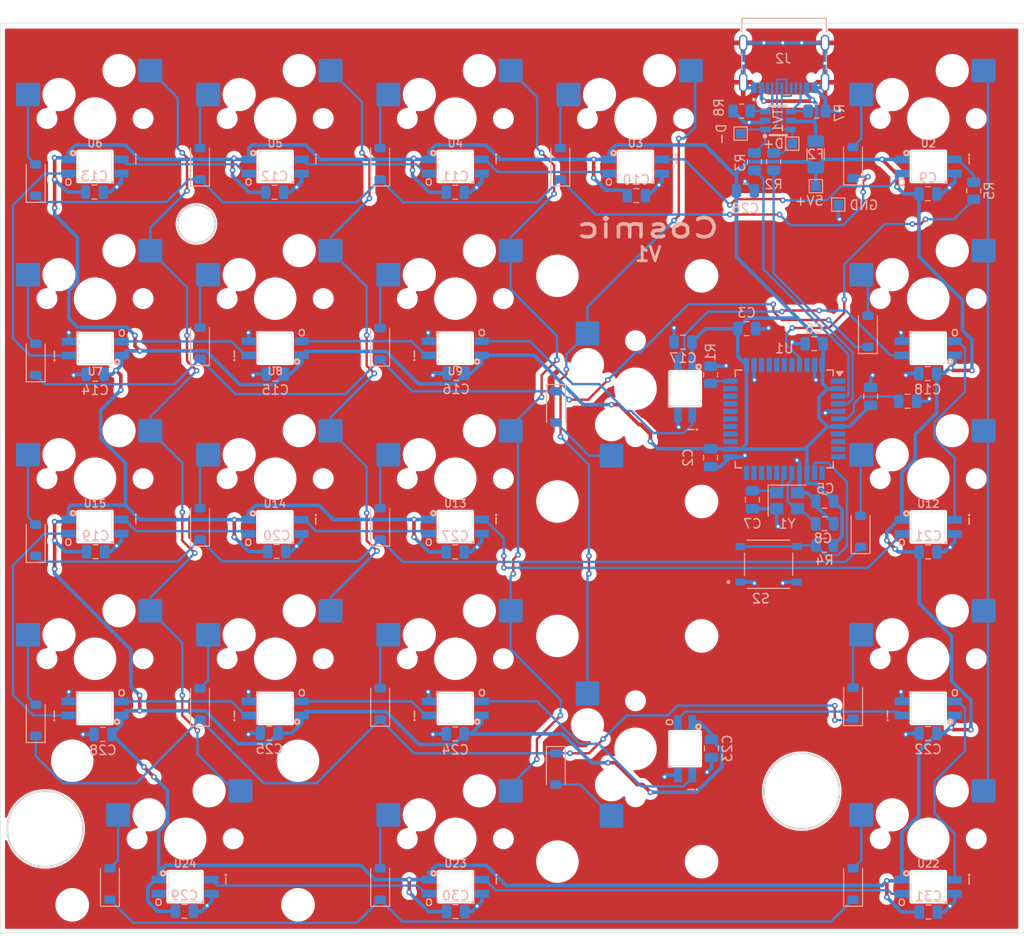
<source format=kicad_pcb>
(kicad_pcb (version 20240108) (generator "pcbnew") (generator_version "8.0")
  (layers (0 "F.Cu" signal) (31 "B.Cu" signal) (34 "B.Paste" user) (35 "F.Paste" user) (36 "B.SilkS" user "B.Silkscreen") (37 "F.SilkS" user "F.Silkscreen") (38 "B.Mask" user) (39 "F.Mask" user) (44 "Edge.Cuts" user))
  (net 0 "")
  (net 1 "+5V")
  (net 2 "Net-(U1-UCAP)")
  (net 3 "GND")
  (net 4 "Net-(U1-XTAL1)")
  (net 5 "Net-(U1-XTAL2)")
  (net 6 "Net-(D1-A)")
  (net 7 "X0")
  (net 8 "Net-(D2-A)")
  (net 9 "Net-(D3-A)")
  (net 10 "X1")
  (net 11 "Net-(D4-A)")
  (net 12 "VCC")
  (net 13 "D-")
  (net 14 "D+")
  (net 15 "Net-(U1-~{HWB}{slash}PE2)")
  (net 16 "Net-(U1-D+)")
  (net 17 "Net-(U1-D-)")
  (net 18 "Net-(U1-~{RESET})")
  (net 19 "Y0")
  (net 20 "Y1")
  (net 25 "Net-(D17-A)")
  (net 26 "Y4")
  (net 27 "Net-(D18-A)")
  (net 28 "Net-(D19-A)")
  (net 29 "Net-(D20-A)")
  (net 30 "Net-(D25-A)")
  (net 31 "Net-(D5-A)")
  (net 32 "X2")
  (net 33 "Net-(D6-A)")
  (net 34 "X3")
  (net 35 "Net-(D7-A)")
  (net 36 "Net-(D8-A)")
  (net 37 "Net-(D9-A)")
  (net 38 "Net-(D10-A)")
  (net 39 "Net-(D11-A)")
  (net 40 "Net-(D13-A)")
  (net 41 "Net-(D14-A)")
  (net 42 "X4")
  (net 43 "Net-(D21-A)")
  (net 44 "Net-(D23-A)")
  (net 45 "Y2")
  (net 46 "Y3")
  (net 49 "Net-(D16-A)")
  (net 50 "Net-(D12-A)")
  (net 62 "CC2")
  (net 63 "CC1")
  (net 64 "Net-(U2-DOUT)")
  (net 65 "LED_DATA_IN")
  (net 66 "Net-(U3-DOUT)")
  (net 67 "Net-(U4-DOUT)")
  (net 68 "Net-(U5-DOUT)")
  (net 69 "Net-(U6-DOUT)")
  (net 70 "Net-(U7-DOUT)")
  (net 71 "Net-(U8-DOUT)")
  (net 72 "Net-(U10-DIN)")
  (net 73 "LED_DATA_1")
  (net 74 "Net-(U11-DOUT)")
  (net 75 "Net-(U12-DOUT)")
  (net 76 "Net-(U13-DOUT)")
  (net 77 "Net-(U14-DOUT)")
  (net 78 "Net-(U15-DOUT)")
  (net 79 "Net-(U16-DOUT)")
  (net 80 "Net-(U17-DOUT)")
  (net 81 "LED_DATA_2")
  (net 82 "Net-(U20-DOUT)")
  (net 83 "Net-(U21-DOUT)")
  (net 84 "Net-(U22-DOUT)")
  (net 85 "Net-(U23-DOUT)")
  (net 87 "Net-(U1-PF0)")
  (footprint "MyLiB:MX-SK-E-Left_Right" (layer "F.Cu") (at 168.266556 69.845855)
    (property "Reference" "U6")
    (property "Value" "~")
    (fp_rect (start -1.78 3.49) (end 1.78 6.65) (stroke (width 0.05)) (fill none) (layer "Edge.Cuts"))
  )
  (footprint "MyLiB:MX-SK-E-Left_Right" (layer "F.Cu") (at 187.291156 107.971255)
    (property "Reference" "U14")
    (property "Value" "~")
    (fp_rect (start -1.78 3.49) (end 1.78 6.65) (stroke (width 0.05)) (fill none) (layer "Edge.Cuts"))
  )
  (footprint "MyLiB:MX-SK-E-Left_Right" (layer "F.Cu") (at 206.366556 69.845145)
    (property "Reference" "U4")
    (property "Value" "~")
    (fp_rect (start -1.78 3.49) (end 1.78 6.65) (stroke (width 0.05)) (fill none) (layer "Edge.Cuts"))
  )
  (footprint "MyLiB:MX-SK-E-Left_Right" (layer "F.Cu") (at 256.390044 69.845855)
    (property "Reference" "U2")
    (property "Value" "~")
    (fp_rect (start -1.78 3.49) (end 1.78 6.65) (stroke (width 0.05)) (fill none) (layer "Edge.Cuts"))
  )
  (footprint "MyLiB:MX-SK-E-Left_Right" (layer "F.Cu") (at 168.266556 107.945855)
    (property "Reference" "U15")
    (property "Value" "~")
    (fp_rect (start -1.78 3.49) (end 1.78 6.65) (stroke (width 0.05)) (fill none) (layer "Edge.Cuts"))
  )
  (footprint "MyLiB:MX-SK-E-Left_Right" (layer "F.Cu") (at 187.316556 69.845855)
    (property "Reference" "U5")
    (property "Value" "~")
    (fp_rect (start -1.78 3.49) (end 1.78 6.65) (stroke (width 0.05)) (fill none) (layer "Edge.Cuts"))
  )
  (footprint "MyLiB:MX-SK-E-Right_Left" (layer "F.Cu") (at 256.384044 88.895145)
    (property "Reference" "U11" (hide yes))
    (property "Value" "~")
    (fp_rect (start -1.78 3.67) (end 1.78 6.83) (stroke (width 0.05)) (fill none) (layer "Edge.Cuts"))
  )
  (footprint "MyLiB:MX-SK-E-Right_Left" (layer "F.Cu") (at 168.277444 127.002773)
    (property "Reference" "U16" (hide yes))
    (property "Value" "~")
    (fp_rect (start -1.78 3.67) (end 1.78 6.83) (stroke (width 0.05)) (fill none) (layer "Edge.Cuts"))
  )
  (footprint "MyLiB:MX-SK-E-Left_Right" (layer "F.Cu") (at 225.416556 69.845855)
    (property "Reference" "U3")
    (property "Value" "~")
    (fp_rect (start -1.78 3.49) (end 1.78 6.65) (stroke (width 0.05)) (fill none) (layer "Edge.Cuts"))
  )
  (footprint "MyLiB:MX-SK-E-Right_Left" (layer "F.Cu") (at 187.327444 127.002773)
    (property "Reference" "U17" (hide yes))
    (property "Value" "~")
    (fp_rect (start -1.78 3.67) (end 1.78 6.83) (stroke (width 0.05)) (fill none) (layer "Edge.Cuts"))
  )
  (footprint "MyLiB:MX-SK-E-Left_Right" (layer "F.Cu") (at 177.791556 146.045855)
    (property "Reference" "U24")
    (property "Value" "~")
    (fp_rect (start -1.78 3.49) (end 1.78 6.65) (stroke (width 0.05)) (fill none) (layer "Edge.Cuts"))
  )
  (footprint "MyLiB:MX-SK-E-Left_Right" (layer "F.Cu") (at 206.391956 146.045855)
    (property "Reference" "U23")
    (property "Value" "~")
    (fp_rect (start -1.78 3.49) (end 1.78 6.65) (stroke (width 0.05)) (fill none) (layer "Edge.Cuts"))
  )
  (footprint "MyLiB:MX-SK-E-Right_Left" (layer "F.Cu") (at 168.297956 88.9263)
    (property "Reference" "U7")
    (property "Value" "~")
    (fp_rect (start -1.78 3.67) (end 1.78 6.83) (stroke (width 0.05)) (fill none) (layer "Edge.Cuts"))
  )
  (footprint "MyLiB:MX-SK-E-Left_Right" (layer "F.Cu") (at 256.385156 146.0509)
    (property "Reference" "U22")
    (property "Value" "~")
    (fp_rect (start -1.78 3.49) (end 1.78 6.65) (stroke (width 0.05)) (fill none) (layer "Edge.Cuts"))
  )
  (footprint "MyLiB:MX-SK-E-Right_Left" (layer "F.Cu") (at 256.384044 126.995145)
    (property "Reference" "U21" (hide yes))
    (property "Value" "~")
    (fp_rect (start -1.78 3.67) (end 1.78 6.83) (stroke (width 0.05)) (fill none) (layer "Edge.Cuts"))
  )
  (footprint "MyLiB:MX-SK-E-Right_Left" (layer "F.Cu") (at 206.371444 126.995145)
    (property "Reference" "U18" (hide yes))
    (property "Value" "~")
    (fp_rect (start -1.78 3.67) (end 1.78 6.83) (stroke (width 0.05)) (fill none) (layer "Edge.Cuts"))
  )
  (footprint "MyLiB:MX-SK-E-Left_Right" (layer "F.Cu") (at 206.366556 107.947255)
    (property "Reference" "U13")
    (property "Value" "~")
    (fp_rect (start -1.78 3.49) (end 1.78 6.65) (stroke (width 0.05)) (fill none) (layer "Edge.Cuts"))
  )
  (footprint "MyLiB:MX-SK-E-Right_Left" (layer "F.Cu") (at 225.421545 136.516556 90)
    (property "Reference" "U20" (hide yes))
    (property "Value" "~")
    (fp_rect (start -1.78 3.67) (end 1.78 6.83) (stroke (width 0.05)) (fill none) (layer "Edge.Cuts"))
  )
  (footprint "MyLiB:MX-SK-E-Right_Left" (layer "F.Cu") (at 187.321444 88.895145)
    (property "Reference" "U8")
    (property "Value" "~")
    (fp_rect (start -1.78 3.67) (end 1.78 6.83) (stroke (width 0.05)) (fill none) (layer "Edge.Cuts"))
  )
  (footprint "MyLiB:MX-SK-E-Right_Left" (layer "F.Cu") (at 225.427773 98.428556 90)
    (property "Reference" "U10" (hide yes))
    (property "Value" "~")
    (fp_rect (start -1.78 3.67) (end 1.78 6.83) (stroke (width 0.05)) (fill none) (layer "Edge.Cuts"))
  )
  (footprint "MyLiB:MX-SK-E-Right_Left" (layer "F.Cu") (at 206.358044 88.895145)
    (property "Reference" "U9")
    (property "Value" "~")
    (fp_rect (start -1.78 3.67) (end 1.78 6.83) (stroke (width 0.05)) (fill none) (layer "Edge.Cuts"))
  )
  (footprint "MyLiB:MX-SK-E-Left_Right" (layer "F.Cu") (at 256.385156 107.9763)
    (property "Reference" "U12")
    (property "Value" "~")
    (fp_rect (start -1.78 3.49) (end 1.78 6.65) (stroke (width 0.05)) (fill none) (layer "Edge.Cuts"))
  )
  (footprint "Fuse:Fuse_1206_3216Metric" (layer "B.Cu") (at 244.475 73.63125 -90)
    (property "Reference" "F2")
    (property "Value" "500mA")
  )
  (footprint "MX_keys:MX-Hotswap-1U" (layer "B.Cu") (at 168.275 69.85 180)
    (property "Reference" "NumLock1")
    (property "Value" "SW_Push" (hide yes))
  )
  (footprint "Crystal:Crystal_SMD_3225-4Pin_3.2x2.5mm" (layer "B.Cu") (at 241.45 110.275)
    (property "Reference" "Y1")
    (property "Value" "Crystal_GND24_Small")
  )
  (footprint "Capacitor_SMD:C_0805_2012Metric" (layer "B.Cu") (at 177.734 153.7208 180)
    (property "Reference" "C29")
    (property "Value" "C_Small")
  )
  (footprint "Capacitor_SMD:C_0805_2012Metric" (layer "B.Cu") (at 206.4664 96.7994)
    (property "Reference" "C16")
    (property "Value" "C_Small")
  )
  (footprint "Capacitor_SMD:C_0805_2012Metric" (layer "B.Cu") (at 244.31875 93.6625)
    (property "Reference" "C6")
    (property "Value" "10uF")
  )
  (footprint "Resistor_SMD:R_0805_2012Metric" (layer "B.Cu") (at 233.3625 96.95625 90)
    (property "Reference" "R1")
    (property "Value" "10k")
  )
  (footprint "Capacitor_SMD:C_0805_2012Metric" (layer "B.Cu") (at 187.3402 96.8756)
    (property "Reference" "C15")
    (property "Value" "C_Small")
  )
  (footprint "Capacitor_SMD:C_0805_2012Metric" (layer "B.Cu") (at 168.2852 96.901)
    (property "Reference" "C14")
    (property "Value" "C_Small")
  )
  (footprint "Capacitor_SMD:C_0805_2012Metric" (layer "B.Cu") (at 168.209 77.6224 180)
    (property "Reference" "C13")
    (property "Value" "C_Small")
  )
  (footprint "MX_keys:MX-Hotswap-1U" (layer "B.Cu") (at 256.38125 69.85 180)
    (property "Reference" "Custom-1")
    (property "Value" "SW_Push" (hide yes))
  )
  (footprint "Diode_SMD:D_SOD-123" (layer "B.Cu") (at 162 76.35 90)
    (property "Reference" "D1" (hide yes))
    (property "Value" "D_Small")
  )
  (footprint "Capacitor_SMD:C_0805_2012Metric" (layer "B.Cu") (at 237.175 92.075 180)
    (property "Reference" "C3")
    (property "Value" "100nF")
  )
  (footprint "Diode_SMD:D_SOD-123" (layer "B.Cu") (at 198.4248 131.7752 90)
    (property "Reference" "D14" (hide yes))
    (property "Value" "D_Small")
  )
  (footprint "Capacitor_SMD:C_0805_2012Metric" (layer "B.Cu") (at 206.3598 115.697 180)
    (property "Reference" "C27")
    (property "Value" "C_Small")
  )
  (footprint "USB-C:HRO_TYPE-C-31-M-12" (layer "B.Cu") (at 241.1375 61.8375)
    (property "Reference" "J2")
    (property "Value" "TYPE-C-31-M-12")
  )
  (footprint "Capacitor_SMD:C_0805_2012Metric" (layer "B.Cu") (at 237.05 77.5 180)
    (property "Reference" "C26")
    (property "Value" "10uf")
  )
  (footprint "MX_keys:MX-Hotswap-1U" (layer "B.Cu") (at 256.38125 107.95 180)
    (property "Reference" "Custom-3")
    (property "Value" "SW_Push" (hide yes))
  )
  (footprint "Diode_SMD:D_SOD-123" (layer "B.Cu") (at 179.3748 131.7752 90)
    (property "Reference" "D8" (hide yes))
    (property "Value" "D_Small")
  )
  (footprint "Capacitor_SMD:C_0805_2012Metric" (layer "B.Cu") (at 186.7052 134.874)
    (property "Reference" "C25")
    (property "Value" "C_Small")
  )
  (footprint "Diode_SMD:D_SOD-123" (layer "B.Cu") (at 162 133.5 90)
    (property "Reference" "D6" (hide yes))
    (property "Value" "D_Small")
  )
  (footprint "Capacitor_SMD:C_0805_2012Metric" (layer "B.Cu") (at 245.425 110.33125)
    (property "Reference" "C5")
    (property "Value" "100nF")
  )
  (footprint "Capacitor_SMD:C_0805_2012Metric" (layer "B.Cu") (at 225.5114 78 180)
    (property "Reference" "C10")
    (property "Value" "C_Small")
  )
  (footprint "MX_keys:MX-Hotswap-1U" (layer "B.Cu") (at 206.375 146.05 180)
    (property "Reference" "Key_del1")
    (property "Value" "SW_Push" (hide yes))
  )
  (footprint "Diode_SMD:D_SOD-123" (layer "B.Cu") (at 179.3748 93.6127 90)
    (property "Reference" "D4" (hide yes))
    (property "Value" "D_Small")
  )
  (footprint "Capacitor_SMD:C_0805_2012Metric" (layer "B.Cu") (at 233.3625 105.725 90)
    (property "Reference" "C2")
    (property "Value" "100nF")
  )
  (footprint "Capacitor_SMD:C_0805_2012Metric" (layer "B.Cu") (at 206.3598 77.6478 180)
    (property "Reference" "C11")
    (property "Value" "C_Small")
  )
  (footprint "Capacitor_SMD:C_0805_2012Metric" (layer "B.Cu") (at 250.2916 99.2276 -90)
    (property "Reference" "C4" (hide yes))
    (property "Value" "100nF")
  )
  (footprint "MX_keys:MX-Hotswap-1U" (layer "B.Cu") (at 168.275 107.95 180)
    (property "Reference" "Key_4")
    (property "Value" "SW_Push" (hide yes))
  )
  (footprint "Capacitor_SMD:C_0805_2012Metric" (layer "B.Cu") (at 254.2 99.75)
    (property "Reference" "C1" (hide yes))
    (property "Value" "1uF")
  )
  (footprint "Capacitor_SMD:C_0805_2012Metric" (layer "B.Cu") (at 256.3724 115.697 180)
    (property "Reference" "C21")
    (property "Value" "C_Small")
  )
  (footprint "MX_keys:MX-Hotswap-1U" (layer "B.Cu") (at 206.375 107.95 180)
    (property "Reference" "Key_6")
    (property "Value" "SW_Push" (hide yes))
  )
  (footprint "Diode_SMD:D_SOD-123" (layer "B.Cu") (at 179.3748 74.6252 90)
    (property "Reference" "D2" (hide yes))
    (property "Value" "D_Small")
  )
  (footprint "Diode_SMD:D_SOD-123" (layer "B.Cu") (at 198.4248 93.6752 90)
    (property "Reference" "D10" (hide yes))
    (property "Value" "D_Small")
  )
  (footprint "Button_Switch_Keyboard:MX-Hotswap-2U-ReversedStabilizers" (layer "B.Cu") (at 177.8 146.05 180)
    (property "Reference" "Key_0")
    (property "Value" "SW_Push_U2" (hide yes))
  )
  (footprint "Diode_SMD:D_SOD-123" (layer "B.Cu") (at 217.4748 74.6252 90)
    (property "Reference" "D11" (hide yes))
    (property "Value" "D_Small")
  )
  (footprint "Resistor_SMD:R_0805_2012Metric" (layer "B.Cu") (at 245.4125 115 180)
    (property "Reference" "R4")
    (property "Value" "10k")
  )
  (footprint "Diode_SMD:D_SOD-123" (layer "B.Cu") (at 179.3748 112.7252 90)
    (property "Reference" "D7" (hide yes))
    (property "Value" "D_Small")
  )
  (footprint "Capacitor_SMD:C_0805_2012Metric" (layer "B.Cu") (at 169.103 135.001)
    (property "Reference" "C28")
    (property "Value" "C_Small")
  )
  (footprint "TestPoint:TestPoint_Pad_1.0x1.0mm" (layer "B.Cu") (at 236.5375 71.4375 180)
    (property "Reference" "D-")
    (property "Value" "D-")
  )
  (footprint "MX_keys:MX-Hotswap-1U" (layer "B.Cu") (at 187.325 127 180)
    (property "Reference" "Key_2")
    (property "Value" "SW_Push" (hide yes))
  )
  (footprint "MX_keys:MX-Hotswap-1U" (layer "B.Cu") (at 256.38125 127 180)
    (property "Reference" "Custom-4")
    (property "Value" "SW_Push" (hide yes))
  )
  (footprint "Capacitor_SMD:C_0805_2012Metric" (layer "B.Cu") (at 233.4514 136.4844 90)
    (property "Reference" "C23")
    (property "Value" "C_Small")
  )
  (footprint "TestPoint:TestPoint_Pad_1.0x1.0mm" (layer "B.Cu") (at 246.8626 78.9432 180)
    (property "Reference" "GND")
    (property "Value" "Power")
  )
  (footprint "MX_keys:MX-Hotswap-1U" (layer "B.Cu") (at 206.375 69.85 180)
    (property "Reference" "Key_*1")
    (property "Value" "SW_Push" (hide yes))
  )
  (footprint "Diode_SMD:D_SOD-123" (layer "B.Cu") (at 162 114.45 90)
    (property "Reference" "D5" (hide yes))
    (property "Value" "D_Small")
  )
  (footprint "Resistor_SMD:R_0805_2012Metric" (layer "B.Cu") (at 236.65625 69.05625)
    (property "Reference" "R8")
    (property "Value" "5.1k")
  )
  (footprint "Capacitor_SMD:C_0805_2012Metric" (layer "B.Cu") (at 206.4106 153.7462 180)
    (property "Reference" "C30")
    (property "Value" "C_Small")
  )
  (footprint "Diode_SMD:D_SOD-123" (layer "B.Cu") (at 198.4248 150.8252 90)
    (property "Reference" "D23" (hide yes))
    (property "Value" "D_Small")
  )
  (footprint "Capacitor_SMD:C_0805_2012Metric" (layer "B.Cu") (at 256.3978 153.797 180)
    (property "Reference" "C31")
    (property "Value" "C_Small")
  )
  (footprint "Resistor_SMD:R_0805_2012Metric" (layer "B.Cu") (at 244.59375 69.05625 180)
    (property "Reference" "R7")
    (property "Value" "5.1k")
  )
  (footprint "Button_Switch_Keyboard:MX-Hotswap-2U-ReversedStabilizers" (layer "B.Cu") (at 225.425 98.425 -90)
    (property "Reference" "Key_+1")
    (property "Value" "SW_Push_U2" (hide yes))
  )
  (footprint "Diode_SMD:D_SOD-123" (layer "B.Cu") (at 249.2248 113.51895 90)
    (property "Reference" "D19" (hide yes))
    (property "Value" "D_Small")
  )
  (footprint "Capacitor_SMD:C_0805_2012Metric" (layer "B.Cu") (at 256.3266 96.8248)
    (property "Reference" "C18")
    (property "Value" "C_Small")
  )
  (footprint "Resistor_SMD:R_0805_2012Metric" (layer "B.Cu") (at 240.032 74.4125 90)
    (property "Reference" "R2")
    (property "Value" "22")
  )
  (footprint "MX_keys:MX-Hotswap-1U" (layer "B.Cu") (at 168.275 88.9 180)
    (property "Reference" "Key_7")
    (property "Value" "SW_Push" (hide yes))
  )
  (footprint "TestPoint:TestPoint_Pad_1.0x1.0mm" (layer "B.Cu") (at 244.5 77 180)
    (property "Reference" "5V+")
    (property "Value" "Power")
  )
  (footprint "Button_Switch_Keyboard:SOT-23-6_L2.9-W1.6-P0.95-LS2.8-BR" (layer "B.Cu") (at 240.50625 70.0532 180)
    (property "Reference" "TV1")
    (property "Value" "~")
  )
  (footprint "Capacitor_SMD:C_0805_2012Metric" (layer "B.Cu") (at 187.259 77.6478 180)
    (property "Reference" "C12")
    (property "Value" "C_Small")
  )
  (footprint "Capacitor_SMD:C_0805_2012Metric" (layer "B.Cu") (at 256.347 77.8002 180)
    (property "Reference" "C9")
    (property "Value" "C_Small")
  )
  (footprint "MX_keys:MX-Hotswap-1U" (layer "B.Cu") (at 256.38125 88.9 180)
    (property "Reference" "Custom-2")
    (property "Value" "SW_Push" (hide yes))
  )
  (footprint "Capacitor_SMD:C_0805_2012Metric" (layer "B.Cu") (at 230.45 93.5)
    (property "Reference" "C17")
    (property "Value" "C_Small")
  )
  (footprint "Diode_SMD:D_SOD-123" (layer "B.Cu") (at 217.0176 100.35 -90)
    (property "Reference" "D12" (hide yes))
    (property "Value" "D_Small")
  )
  (footprint "Resistor_SMD:R_0805_2012Metric" (layer "B.Cu") (at 238 74.4125 -90)
    (property "Reference" "R3")
    (property "Value" "22" (hide yes))
  )
  (footprint "Capacitor_SMD:C_0805_2012Metric" (layer "B.Cu") (at 168.336 115.6716 180)
    (property "Reference" "C19")
    (property "Value" "C_Small")
  )
  (footprint "MX_keys:MX-Hotswap-1U" (layer "B.Cu") (at 187.325 88.9 180)
    (property "Reference" "Key_8")
    (property "Value" "SW_Push" (hide yes))
  )
  (footprint "Diode_SMD:D_SOD-123" (layer "B.Cu") (at 162 95.3375 90)
    (property "Reference" "D3" (hide yes))
    (property "Value" "D_Small")
  )
  (footprint "USB-C:SW_TS-1187A-B-A-B" (layer "B.Cu") (at 239.5 117)
    (property "Reference" "S2")
    (property "Value" "TS-1187A-B-A-B")
  )
  (footprint "Diode_SMD:D_SOD-123" (layer "B.Cu") (at 198.4248 112.7252 90)
    (property "Reference" "D13" (hide yes))
    (property "Value" "D_Small")
  )
  (footprint "Capacitor_SMD:C_0805_2012Metric" (layer "B.Cu") (at 256.352 134.8994)
    (property "Reference" "C22")
    (property "Value" "C_Small")
  )
  (footprint "TestPoint:TestPoint_Pad_1.0x1.0mm" (layer "B.Cu") (at 242 72.5 180)
    (property "Reference" "D+")
    (property "Value" "D+")
  )
  (footprint "Capacitor_SMD:C_0805_2012Metric" (layer "B.Cu") (at 237.7875 110.175 -90)
    (property "Reference" "C7")
    (property "Value" "22pF")
  )
  (footprint "Diode_SMD:D_SOD-123" (layer "B.Cu") (at 250 92.35 90)
    (property "Reference" "D18" (hide yes))
    (property "Value" "D_Small" (hide yes))
  )
  (footprint "Diode_SMD:D_SOD-123" (layer "B.Cu") (at 248.43105 150.8252 90)
    (property "Reference" "D25" (hide yes))
    (property "Value" "D_Small")
  )
  (footprint "MX_keys:MX-Hotswap-1U" (layer "B.Cu") (at 206.375 127 180)
    (property "Reference" "Key_3")
    (property "Value" "SW_Push" (hide yes))
  )
  (footprint "MX_keys:MX-Hotswap-1U" (layer "B.Cu") (at 225.425 69.85 180)
    (property "Reference" "Key_-1")
    (property "Value" "SW_Push" (hide yes))
  )
  (footprint "Diode_SMD:D_SOD-123" (layer "B.Cu") (at 198.4248 74.6252 90)
    (property "Reference" "D9" (hide yes))
    (property "Value" "D_Small")
  )
  (footprint "Diode_SMD:D_SOD-123" (layer "B.Cu") (at 217 138.65 -90)
    (property "Reference" "D16" (hide yes))
    (property "Value" "D_Small")
  )
  (footprint "Diode_SMD:D_SOD-123" (layer "B.Cu") (at 248.43105 131.7127 90)
    (property "Reference" "D20" (hide yes))
    (property "Value" "D_Small")
  )
  (footprint "MX_keys:MX-Hotswap-1U" (layer "B.Cu") (at 206.375 88.9 180)
    (property "Reference" "Key_9")
    (property "Value" "SW_Push" (hide yes))
  )
  (footprint "Capacitor_SMD:C_0805_2012Metric" (layer "B.Cu") (at 245.425 112.7125)
    (property "Reference" "C8")
    (property "Value" "22pF")
  )
  (footprint "MX_keys:MX-Hotswap-1U" (layer "B.Cu") (at 168.275 127 180)
    (property "Reference" "Key_1")
    (property "Value" "SW_Push" (hide yes))
  )
  (footprint "Diode_SMD:D_SOD-123" (layer "B.Cu") (at 169.8498 150.8252 90)
    (property "Reference" "D21" (hide yes))
    (property "Value" "D_Small")
  )
  (footprint "Capacitor_SMD:C_0805_2012Metric" (layer "B.Cu") (at 206.3648 134.9502)
    (property "Reference" "C24")
    (property "Value" "C_Small")
  )
  (footprint "MX_keys:MX-Hotswap-1U" (layer "B.Cu") (at 256.38125 146.05 180)
    (property "Reference" "Custom-5")
    (property "Value" "SW_Push" (hide yes))
  )
  (footprint "MX_keys:MX-Hotswap-1U" (layer "B.Cu") (at 187.325 69.85 180)
    (property "Reference" "Key_/1")
    (property "Value" "SW_Push" (hide yes))
  )
  (footprint "Button_Switch_Keyboard:MX-Hotswap-2U-ReversedStabilizers" (layer "B.Cu") (at 225.425 136.525 -90)
    (property "Reference" "Key_enter1")
    (property "Value" "SW_Push_U2" (hide yes))
  )
  (footprint "Package_QFP:TQFP-44_10x10mm_P0.8mm" (layer "B.Cu") (at 241.15625 101.625 180)
    (property "Reference" "U1")
    (property "Value" "ATmega32U4-A")
  )
  (footprint "Diode_SMD:D_SOD-123" (layer "B.Cu") (at 248.4247 74.5109 90)
    (property "Reference" "D17" (hide yes))
    (property "Value" "D_Small")
  )
  (footprint "MX_keys:MX-Hotswap-1U" (layer "B.Cu") (at 187.325 107.95 180)
    (property "Reference" "Key_5")
    (property "Value" "SW_Push" (hide yes))
  )
  (footprint "Resistor_SMD:R_0805_2012Metric" (layer "B.Cu") (at 261.19 77.4825 90)
    (property "Reference" "R5")
    (property "Value" "500")
  )
  (footprint "Capacitor_SMD:C_0805_2012Metric" (layer "B.Cu") (at 187.4876 115.6462 180)
    (property "Reference" "C20")
    (property "Value" "C_Small")
  )
  (gr_circle (center 243 141) (end 247 141) (stroke (width 0.2)) (fill none) (layer "Edge.Cuts"))
  (gr_rect (start 158.25 59.75) (end 266.5 156) (stroke (width 0.05)) (fill none) (layer "Edge.Cuts"))
  (gr_circle (center 163 145) (end 167 145) (stroke (width 0.2)) (fill none) (layer "Edge.Cuts"))
  (gr_circle (center 179 81) (end 181 81) (stroke (width 0.2)) (fill none) (layer "Edge.Cuts"))
  (gr_text "Cosmic" (at 234.51 82.62 0) (layer "B.SilkS") (effects (font (size 2.032 2.794) (thickness 0.381) (bold yes)) (justify left bottom mirror)))
  (gr_text "V1" (at 228.33 85.08 0) (layer "B.SilkS") (effects (font (size 1.5 1.5) (thickness 0.3) (bold yes)) (justify left bottom mirror)))
  (segment (start 222.5 138) (end 223.294281 138) (width 0.381) (layer "F.Cu") (net 1))
  (segment (start 202 114.127) (end 202 112.268) (width 0.381) (layer "F.Cu") (net 1))
  (segment (start 260.8856 134.5) (end 259.022821 134.5) (width 0.381) (layer "F.Cu") (net 1))
  (segment (start 261 96.5) (end 259.009458 96.5) (width 0.381) (layer "F.Cu") (net 1))
  (segment (start 253.072901 75.739501) (end 251.5 74.1666) (width 0.381) (layer "F.Cu") (net 1))
  (segment (start 252.885682 115.385675) (end 252.885675 115.385675) (width 0.381) (layer "F.Cu") (net 1))
  (segment (start 182.812844 74.218183) (end 182.973927 74.0571) (width 0.381) (layer "F.Cu") (net 1))
  (segment (start 225.607881 140.3136) (end 226.1866 140.3136) (width 0.381) (layer "F.Cu") (net 1))
  (segment (start 225.959915 102.2136) (end 227 103.253685) (width 0.381) (layer "F.Cu") (net 1))
  (segment (start 225.770839 102.2136) (end 225.959915 102.2136) (width 0.381) (layer "F.Cu") (net 1))
  (segment (start 223.294281 138) (end 225.607881 140.3136) (width 0.381) (layer "F.Cu") (net 1))
  (segment (start 223.677075 100.119836) (end 225.770839 102.2136) (width 0.381) (layer "F.Cu") (net 1))
  (segment (start 227 103.253685) (end 227 104) (width 0.381) (layer "F.Cu") (net 1))
  (segment (start 164 117.5) (end 164 114.5) (width 0.381) (layer "F.Cu") (net 1))
  (segment (start 253.072901 77.072901) (end 253.072901 75.739501) (width 0.381) (layer "F.Cu") (net 1))
  (segment (start 172.5 93.9222) (end 173 94.4222) (width 0.381) (layer "F.Cu") (net 1))
  (segment (start 222.880165 100.119836) (end 223.677075 100.119836) (width 0.381) (layer "F.Cu") (net 1))
  (segment (start 201.838198 74.19506) (end 201.976868 74.05639) (width 0.381) (layer "F.Cu") (net 1))
  (segment (start 252 152.225045) (end 252 150.5) (width 0.381) (layer "F.Cu") (net 1))
  (segment (start 259.022821 134.5) (end 258.814166 134.291345) (width 0.381) (layer "F.Cu") (net 1))
  (segment (start 164 114.5) (end 164 112.5) (width 0.381) (layer "F.Cu") (net 1))
  (segment (start 182.812844 75.3111) (end 182.812844 74.218183) (width 0.381) (layer "F.Cu") (net 1))
  (segment (start 252.885675 115.385675) (end 251.998966 114.498966) (width 0.381) (layer "F.Cu") (net 1))
  (segment (start 173 132.5) (end 173 130.875028) (width 0.381) (layer "F.Cu") (net 1))
  (segment (start 221 76.1252) (end 221 74.1666) (width 0.381) (layer "F.Cu") (net 1))
  (segment (start 171 98.58) (end 171 97) (width 0.381) (layer "F.Cu") (net 1))
  (segment (start 164 76.2936) (end 164 79.3014) (width 0.381) (layer "F.Cu") (net 1))
  (segment (start 201.5 150.373) (end 201.5 151.7132) (width 0.381) (layer "F.Cu") (net 1))
  (segment (start 259.009458 96.5) (end 258.763908 96.25445) (width 0.381) (layer "F.Cu") (net 1))
  (segment (start 164 76.2936) (end 164 74) (width 0.381) (layer "F.Cu") (net 1))
  (segment (start 201.838198 75.31039) (end 201.838198 74.19506) (width 0.381) (layer "F.Cu") (net 1))
  (segment (start 171 97) (end 170.5 96.5) (width 0.381) (layer "F.Cu") (net 1))
  (segment (start 183 114.127) (end 183 112.292) (width 0.381) (layer "F.Cu") (net 1))
  (segment (start 172.5 92.798555) (end 172.5 93.9222) (width 0.381) (layer "F.Cu") (net 1))
  (segment (start 174.5 139.5) (end 173.456644 138.456644) (width 0.381) (layer "F.Cu") (net 1))
  (segment (start 226.1866 140.3136) (end 227 141.127) (width 0.381) (layer "F.Cu") (net 1))
  (via (at 201.838198 75.31039) (size 0.6) (drill 0.3) (layers "F.Cu" "B.Cu") (net 1))
  (via (at 164 74) (size 0.6) (drill 0.3) (layers "F.Cu" "B.Cu") (net 1))
  (via (at 227 141.127) (size 0.6) (drill 0.3) (layers "F.Cu" "B.Cu") (net 1))
  (via (at 252.885682 115.385675) (size 0.6) (drill 0.3) (layers "F.Cu" "B.Cu") (net 1))
  (via (at 182.973927 74.0571) (size 0.6) (drill 0.3) (layers "F.Cu" "B.Cu") (net 1))
  (via (at 164 76.2936) (size 0.6) (drill 0.3) (layers "F.Cu" "B.Cu") (net 1))
  (via (at 252 150.5) (size 0.6) (drill 0.3) (layers "F.Cu" "B.Cu") (net 1))
  (via (at 172.5 92.798555) (size 0.6) (drill 0.3) (layers "F.Cu" "B.Cu") (net 1))
  (via (at 258.814166 134.291345) (size 0.6) (drill 0.3) (layers "F.Cu" "B.Cu") (net 1))
  (via (at 251.998966 114.498966) (size 0.6) (drill 0.3) (layers "F.Cu" "B.Cu") (net 1))
  (via (at 174.5 139.5) (size 0.6) (drill 0.3) (layers "F.Cu" "B.Cu") (net 1))
  (via (at 222.5 138) (size 0.6) (drill 0.3) (layers "F.Cu" "B.Cu") (net 1))
  (via (at 164 114.5) (size 0.6) (drill 0.3) (layers "F.Cu" "B.Cu") (net 1))
  (via (at 183 112.292) (size 0.6) (drill 0.3) (layers "F.Cu" "B.Cu") (net 1))
  (via (at 253.072901 77.072901) (size 0.6) (drill 0.3) (layers "F.Cu" "B.Cu") (net 1))
  (via (at 183 114.127) (size 0.6) (drill 0.3) (layers "F.Cu" "B.Cu") (net 1))
  (via (at 173 132.5) (size 0.6) (drill 0.3) (layers "F.Cu" "B.Cu") (net 1))
  (via (at 201.976868 74.05639) (size 0.6) (drill 0.3) (layers "F.Cu" "B.Cu") (net 1))
  (via (at 164 112.5) (size 0.6) (drill 0.3) (layers "F.Cu" "B.Cu") (net 1))
  (via (at 201.5 150.373) (size 0.6) (drill 0.3) (layers "F.Cu" "B.Cu") (net 1))
  (via (at 258.763908 96.25445) (size 0.6) (drill 0.3) (layers "F.Cu" "B.Cu") (net 1))
  (via (at 261 96.5) (size 0.6) (drill 0.3) (layers "F.Cu" "B.Cu") (net 1))
  (via (at 260.8856 134.5) (size 0.6) (drill 0.3) (layers "F.Cu" "B.Cu") (net 1))
  (via (at 251.5 74.1666) (size 0.6) (drill 0.3) (layers "F.Cu" "B.Cu") (net 1))
  (via (at 202 114.127) (size 0.6) (drill 0.3) (layers "F.Cu" "B.Cu") (net 1))
  (via (at 173 94.4222) (size 0.6) (drill 0.3) (layers "F.Cu" "B.Cu") (net 1))
  (via (at 201.5 151.7132) (size 0.6) (drill 0.3) (layers "F.Cu" "B.Cu") (net 1))
  (via (at 202 112.268) (size 0.6) (drill 0.3) (layers "F.Cu" "B.Cu") (net 1))
  (via (at 227 104) (size 0.6) (drill 0.3) (layers "F.Cu" "B.Cu") (net 1))
  (via (at 222.880165 100.119836) (size 0.6) (drill 0.3) (layers "F.Cu" "B.Cu") (net 1))
  (via (at 221 74.1666) (size 0.6) (drill 0.3) (layers "F.Cu" "B.Cu") (net 1))
  (via (at 170.5 96.5) (size 0.6) (drill 0.3) (layers "F.Cu" "B.Cu") (net 1))
  (via (at 252 152.225045) (size 0.6) (drill 0.3) (layers "F.Cu" "B.Cu") (net 1))
  (via (at 221 76.1252) (size 0.6) (drill 0.3) (layers "F.Cu" "B.Cu") (net 1))
  (via (at 173.456644 138.456644) (size 0.6) (drill 0.3) (layers "F.Cu" "B.Cu") (net 1))
  (via (at 164 79.3014) (size 0.6) (drill 0.3) (layers "F.Cu" "B.Cu") (net 1))
  (via (at 182.812844 75.3111) (size 0.6) (drill 0.3) (layers "F.Cu" "B.Cu") (net 1))
  (via (at 173 130.875028) (size 0.6) (drill 0.3) (layers "F.Cu" "B.Cu") (net 1))
  (via (at 164 117.5) (size 0.6) (drill 0.3) (layers "F.Cu" "B.Cu") (net 1))
  (via (at 171 98.58) (size 0.6) (drill 0.3) (layers "F.Cu" "B.Cu") (net 1))
  (segment (start 222.619 74.1666) (end 221 74.1666) (width 0.381) (layer "B.Cu") (net 1))
  (segment (start 203.569 74.16589) (end 192.05929 74.16589) (width 0.381) (layer "B.Cu") (net 1))
  (segment (start 164 79.3014) (end 164 80) (width 0.381) (layer "B.Cu") (net 1))
  (segment (start 165.3024 74) (end 165.469 74.1666) (width 0.381) (layer "B.Cu") (net 1))
  (segment (start 214.688682 94.8944) (end 219.914118 100.119836) (width 0.381) (layer "B.Cu") (net 1))
  (segment (start 246.325 115) (end 247.2655 114.0595) (width 0.381) (layer "B.Cu") (net 1))
  (segment (start 184.519 72.981) (end 184.519 74.1666) (width 0.381) (layer "B.Cu") (net 1))
  (segment (start 182.812844 75.901444) (end 182.812844 75.3111) (width 0.381) (layer "B.Cu") (net 1))
  (segment (start 170.099 96.901) (end 170.5 96.5) (width 0.381) (layer "B.Cu") (net 1))
  (segment (start 245.72525 98.425) (end 245.1905 97.89025) (width 0.381) (layer "B.Cu") (net 1))
  (segment (start 237.3405 90.9595) (end 236.225 92.075) (width 0.381) (layer "B.Cu") (net 1))
  (segment (start 257.2766 100.991544) (end 255 103.268144) (width 0.381) (layer "B.Cu") (net 1))
  (segment (start 217.723424 134.9502) (end 220.773224 138) (width 0.381) (layer "B.Cu") (net 1))
  (segment (start 199.060982 132.5847) (end 190.542328 132.5847) (width 0.381) (layer "B.Cu") (net 1))
  (segment (start 172.0636 129.938628) (end 172.0636 126.0636) (width 0.381) (layer "B.Cu") (net 1))
  (segment (start 173.0354 112.292) (end 171.488755 110.745355) (width 0.381) (layer "B.Cu") (net 1))
  (segment (start 208.0416 96.7994) (end 209.1556 95.6854) (width 0.381) (layer "B.Cu") (net 1))
  (segment (start 196.362855 148.845355) (end 197.8905 150.373) (width 0.381) (layer "B.Cu") (net 1))
  (segment (start 171.598867 94.4222) (end 171.095512 94.925555) (width 0.381) (layer "B.Cu") (net 1))
  (segment (start 253.571955 153.797) (end 255.4478 153.797) (width 0.381) (layer "B.Cu") (net 1))
  (segment (start 243.86575 74.422) (end 237.277768 74.422) (width 0.381) (layer "B.Cu") (net 1))
  (segment (start 231.4 93.5) (end 232.825 92.075) (width 0.381) (layer "B.Cu") (net 1))
  (segment (start 258.854544 124.597575) (end 258.854544 129.354544) (width 0.381) (layer "B.Cu") (net 1))
  (segment (start 253.2476 112.297045) (end 253.5876 112.297045) (width 0.381) (layer "B.Cu") (net 1))
  (segment (start 231.427028 93.527028) (end 231.4 93.5) (width 0.381) (layer "B.Cu") (net 1))
  (segment (start 173.456644 138.456644) (end 173 138) (width 0.381) (layer "B.Cu") (net 1))
  (segment (start 255.4224 115.697) (end 255.4224 121.165431) (width 0.381) (layer "B.Cu") (net 1))
  (segment (start 243.55625 108.456) (end 243.55625 107.325) (width 0.381) (layer "B.Cu") (net 1))
  (segment (start 166.4055 87.163781) (end 165.5 88.069281) (width 0.381) (layer "B.Cu") (net 1))
  (segment (start 258.0422 96.8248) (end 259.1816 95.6854) (width 0.381) (layer "B.Cu") (net 1))
  (segment (start 201.5 151.7132) (end 203.533 153.7462) (width 0.381) (layer "B.Cu") (net 1))
  (segment (start 173 130.875028) (end 172.0636 129.938628) (width 0.381) (layer "B.Cu") (net 1))
  (segment (start 184.5592 77.6478) (end 182.812844 75.901444) (width 0.381) (layer "B.Cu") (net 1))
  (segment (start 173 138) (end 173 137.948) (width 0.381) (layer "B.Cu") (net 1))
  (segment (start 257.2766 96.8248) (end 257.2766 100.991544) (width 0.381) (layer "B.Cu") (net 1))
  (segment (start 176.784 153.7208) (end 174.9072 153.7208) (width 0.381) (layer "B.Cu") (net 1))
  (segment (start 245.1905 95.95925) (end 245.15625 95.925) (width 0.381) (layer "B.Cu") (net 1))
  (segment (start 207.3148 134.9502) (end 208.0042 134.9502) (width 0.381) (layer "B.Cu") (net 1))
  (segment (start 165.5 88.069281) (end 165.5 91) (width 0.381) (layer "B.Cu") (net 1))
  (segment (start 242.56575 90.9595) (end 237.3405 90.9595) (width 0.381) (layer "B.Cu") (net 1))
  (segment (start 171.488755 72.645355) (end 166.200542 72.645355) (width 0.381) (layer "B.Cu") (net 1))
  (segment (start 260.8856 131.3856) (end 260.8856 134.5) (width 0.381) (layer "B.Cu") (net 1))
  (segment (start 204.325942 148.845355) (end 203.5944 149.576897) (width 0.381) (layer "B.Cu") (net 1))
  (segment (start 171.577028 132.5) (end 171.075 133.002028) (width 0.381) (layer "B.Cu") (net 1))
  (segment (start 257.2766 96.8248) (end 258.0422 96.8248) (width 0.381) (layer "B.Cu") (net 1))
  (segment (start 184.519 74.1666) (end 173.01 74.1666) (width 0.381) (layer "B.Cu") (net 1))
  (segment (start 186.5376 115.6462) (end 184.5192 115.6462) (width 0.381) (layer "B.Cu") (net 1))
  (segment (start 175.9305 144.313781) (end 175.9305 140.9305) (width 0.381) (layer "B.Cu") (net 1))
  (segment (start 171.488755 110.745355) (end 171.488755 106.288036) (width 0.381) (layer "B.Cu") (net 1))
  (segment (start 174.994 149.576897) (end 175.725542 148.845355) (width 0.381) (layer "B.Cu") (net 1))
  (segment (start 164 112.5) (end 165.2356 112.5) (width 0.381) (layer "B.Cu") (net 1))
  (segment (start 245.26875 93.6625) (end 242.56575 90.9595) (width 0.381) (layer "B.Cu") (net 1))
  (segment (start 252 152.225045) (end 253.571955 153.797) (width 0.381) (layer "B.Cu") (net 1))
  (segment (start 222.294 77.4192) (end 221 76.1252) (width 0.381) (layer "B.Cu") (net 1))
  (segment (start 174.994 150.3666) (end 174.994 149.576897) (width 0.381) (layer "B.Cu") (net 1))
  (segment (start 165.754645 110.745355) (end 165.469 111.031) (width 0.381) (layer "B.Cu") (net 1))
  (segment (start 245.1905 97.89025) (end 245.1905 95.95925) (width 0.381) (layer "B.Cu") (net 1))
  (segment (start 219.914118 100.119836) (end 222.880165 100.119836) (width 0.381) (layer "B.Cu") (net 1))
  (segment (start 166.200542 72.645355) (end 165.469 73.376897) (width 0.381) (layer "B.Cu") (net 1))
  (segment (start 246.375 110.33125) (end 244.50925 108.4655) (width 0.381) (layer "B.Cu") (net 1))
  (segment (start 245.26875 93.6625) (end 245.26875 95.8125) (width 0.381) (layer "B.Cu") (net 1))
  (segment (start 255.397 77.8002) (end 255.397 84.472989) (width 0.381) (layer "B.Cu") (net 1))
  (segment (start 165.3288 77.6224) (end 164 76.2936) (width 0.381) (layer "B.Cu") (net 1))
  (segment (start 180.010982 94.4222) (end 173 94.4222) (width 0.381) (layer "B.Cu") (net 1))
  (segment (start 175.725542 148.845355) (end 196.362855 148.845355) (width 0.381) (layer "B.Cu") (net 1))
  (segment (start 165.469 73.376897) (end 165.469 74.1666) (width 0.381) (layer "B.Cu") (net 1))
  (segment (start 202.491182 97.9149) (end 199.060982 94.4847) (width 0.381) (layer "B.Cu") (net 1))
  (segment (start 190.125 133.793028) (end 190.125 133.002028) (width 0.381) (layer "B.Cu") (net 1))
  (segment (start 211.11071 74.1666) (end 209.588755 72.644645) (width 0.381) (layer "B.Cu") (net 1))
  (segment (start 170.5 96.5) (end 171.095512 95.904488) (width 0.381) (layer "B.Cu") (net 1))
  (segment (start 168.8745 103.673781) (end 168.8745 100.7055) (width 0.381) (layer "B.Cu") (net 1))
  (segment (start 187.6552 134.874) (end 189.044028 134.874) (width 0.381) (layer "B.Cu") (net 1))
  (segment (start 203.57 115.697) (end 202 114.127) (width 0.381) (layer "B.Cu") (net 1))
  (segment (start 184.5192 115.6462) (end 183 114.127) (width 0.381) (layer "B.Cu") (net 1))
  (segment (start 173 94.4222) (end 171.598867 94.4222) (width 0.381) (layer "B.Cu") (net 1))
  (segment (start 185.225142 110.770755) (end 184.4936 111.502297) (width 0.381) (layer "B.Cu") (net 1))
  (segment (start 232.745355 72.645355) (end 223.349245 72.645355) (width 0.381) (layer "B.Cu") (net 1))
  (segment (start 245.26875 95.8125) (end 245.15625 95.925) (width 0.381) (layer "B.Cu") (net 1))
  (segment (start 248.0442 102.425) (end 246.85625 102.425) (width 0.381) (layer "B.Cu") (net 1))
  (segment (start 197.8905 150.373) (end 201.5 150.373) (width 0.381) (layer "B.Cu") (net 1))
  (segment (start 188.2902 96.8756) (end 188.9288 96.8756) (width 0.381) (layer "B.Cu") (net 1))
  (segment (start 236.60275 104.8095) (end 243.34075 104.8095) (width 0.381) (layer "B.Cu") (net 1))
  (segment (start 171.607245 91.9058) (end 172.5 92.798555) (width 0.381) (layer "B.Cu") (net 1))
  (segment (start 253.592488 74.1666) (end 251.5 74.1666) (width 0.381) (layer "B.Cu") (net 1))
  (segment (start 236.58725 104.825) (end 235.45625 104.825) (width 0.381) (layer "B.Cu") (net 1))
  (segment (start 257.302 134.8994) (end 255.372889 136.828511) (width 0.381) (layer "B.Cu") (net 1))
  (segment (start 167.259 77.6224) (end 165.3288 77.6224) (width 0.381) (layer "B.Cu") (net 1))
  (segment (start 244.8095 99.34075) (end 244.8095 101.50925) (width 0.381) (layer "B.Cu") (net 1))
  (segment (start 232.210503 133.719) (end 233.4514 134.959897) (width 0.381) (layer "B.Cu") (net 1))
  (segment (start 220.773224 138) (end 222.5 138) (width 0.381) (layer "B.Cu") (net 1))
  (segment (start 209.169 133.7854) (end 209.169 132.9944) (width 0.381) (layer "B.Cu") (net 1))
  (segment (start 190.542328 132.5847) (end 190.125 133.002028) (width 0.381) (layer "B.Cu") (net 1))
  (segment (start 251.5175 150.9825) (end 211.7513 150.9825) (width 0.381) (layer "B.Cu") (net 1))
  (segment (start 201.5 150.373) (end 201.5064 150.3666) (width 0.381) (layer "B.Cu") (net 1))
  (segment (start 222.294 77.4192) (end 223.9806 77.4192) (width 0.381) (layer "B.Cu") (net 1))
  (segment (start 184.854645 72.645355) (end 184.519 72.981) (width 0.381) (layer "B.Cu") (net 1))
  (segment (start 188.9288 96.8756) (end 190.119 95.6854) (width 0.381) (layer "B.Cu") (net 1))
  (segment (start 199.060982 94.4847) (end 190.5287 94.4847) (width 0.381) (layer "B.Cu") (net 1))
  (segment (start 168.8745 100.7055) (end 171 98.58) (width 0.381) (layer "B.Cu") (net 1))
  (segment (start 190.119 95.6854) (end 190.119 94.8944) (width 0.381) (layer "B.Cu") (net 1))
  (segment (start 174.9072 153.7208) (end 173.8535 152.6671) (width 0.381) (layer "B.Cu") (net 1))
  (segment (start 255.372889 143.6156) (end 253.5876 145.400889) (width 0.381) (layer "B.Cu") (net 1))
  (segment (start 193.453532 112.268) (end 191.956287 110.770755) (width 0.381) (layer "B.Cu") (net 1))
  (segment (start 252 150.5) (end 253.459245 150.5) (width 0.381) (layer "B.Cu") (net 1))
  (segment (start 190.538755 72.645355) (end 184.854645 72.645355) (width 0.381) (layer "B.Cu") (net 1))
  (segment (start 236.1 84.49375) (end 242.56575 90.9595) (width 0.381) (layer "B.Cu") (net 1))
  (segment (start 201.838198 75.876088) (end 201.838198 75.31039) (width 0.381) (layer "B.Cu") (net 1))
  (segment (start 237.15625 95.925) (end 237.15625 104.256) (width 0.381) (layer "B.Cu") (net 1))
  (segment (start 253.5876 107.300889) (end 253.5876 112.297045) (width 0.381) (layer "B.Cu") (net 1))
  (segment (start 207.3148 134.9502) (end 217.723424 134.9502) (width 0.381) (layer "B.Cu") (net 1))
  (segment (start 221 74.1666) (end 211.11071 74.1666) (width 0.381) (layer "B.Cu") (net 1))
  (segment (start 227 104) (end 227.775 104.775) (width 0.381) (layer "B.Cu") (net 1))
  (segment (start 236.1 75.599768) (end 236.1 76) (width 0.381) (layer "B.Cu") (net 1))
  (segment (start 191.956287 110.770755) (end 185.225142 110.770755) (width 0.381) (layer "B.Cu") (net 1))
  (segment (start 255.372889 136.828511) (end 255.372889 143.6156) (width 0.381) (layer "B.Cu") (net 1))
  (segment (start 247.2655 114.0595) (end 247.2655 111.22175) (width 0.381) (layer "B.Cu") (net 1))
  (segment (start 203.569 112.268) (end 202 112.268) (width 0.381) (layer "B.Cu") (net 1))
  (segment (start 223.349245 72.645355) (end 222.619 73.3756) (width 0.381) (layer "B.Cu") (net 1))
  (segment (start 261 93.2718) (end 261 96.5) (width 0.381) (layer "B.Cu") (net 1))
  (segment (start 232.825 92.075) (end 236.225 92.075) (width 0.381) (layer "B.Cu") (net 1))
  (segment (start 203.569 73.37489) (end 203.569 74.16589) (width 0.381) (layer "B.Cu") (net 1))
  (segment (start 247.2655 111.22175) (end 246.375 110.33125) (width 0.381) (layer "B.Cu") (net 1))
  (segment (start 186.309 77.6478) (end 184.5592 77.6478) (width 0.381) (layer "B.Cu") (net 1))
  (segment (start 237.15625 104.256) (end 236.58725 104.825) (width 0.381) (layer "B.Cu") (net 1))
  (segment (start 166.4058 91.9058) (end 171.607245 91.9058) (width 0.381) (layer "B.Cu") (net 1))
  (segment (start 175.9305 140.9305) (end 174.5 139.5) (width 0.381) (layer "B.Cu") (net 1))
  (segment (start 173.01 74.1666) (end 171.488755 72.645355) (width 0.381) (layer "B.Cu") (net 1))
  (segment (start 245.72525 98.425) (end 246.85625 98.425) (width 0.381) (layer "B.Cu") (net 1))
  (segment (start 174.994 150.3666) (end 174.994 145.250281) (width 0.381) (layer "B.Cu") (net 1))
  (segment (start 236.1 76) (end 232.745355 72.645355) (width 0.381) (layer "B.Cu") (net 1))
  (segment (start 173.8535 151.1671) (end 174.654 150.3666) (width 0.381) (layer "B.Cu") (net 1))
  (segment (start 255 103.268144) (end 255 105.888489) (width 0.381) (layer "B.Cu") (net 1))
  (segment (start 234.5669 138.409615) (end 234.5669 136.6499) (width 0.381) (layer "B.Cu") (net 1))
  (segment (start 190.5287 94.4847) (end 190.119 94.8944) (width 0.381) (layer "B.Cu") (net 1))
  (segment (start 165.1716 115.6716) (end 164 114.5) (width 0.381) (layer "B.Cu") (net 1))
  (segment (start 253.5876 112.297045) (end 253.5 112.297045) (width 0.381) (layer "B.Cu") (net 1))
  (segment (start 171.488755 110.745355) (end 165.754645 110.745355) (width 0.381) (layer "B.Cu") (net 1))
  (segment (start 234.5669 136.6499) (end 233.4514 135.5344) (width 0.381) (layer "B.Cu") (net 1))
  (segment (start 207.4164 96.7994) (end 206.3009 97.9149) (width 0.381) (layer "B.Cu") (net 1))
  (segment (start 165.5 91) (end 166.4058 91.9058) (width 0.381) (layer "B.Cu") (net 1))
  (segment (start 205.4098 77.6478) (end 203.60991 77.6478) (width 0.381) (layer "B.Cu") (net 1))
  (segment (start 236.58725 104.825) (end 236.60275 104.8095) (width 0.381) (layer "B.Cu") (net 1))
  (segment (start 201.5064 150.3666) (end 203.5944 150.3666) (width 0.381) (layer "B.Cu") (net 1))
  (segment (start 186.5397 135.9895) (end 183.415782 135.9895) (width 0.381) (layer "B.Cu") (net 1))
  (segment (start 255.397 77.8002) (end 253.8002 77.8002) (width 0.381) (layer "B.Cu") (net 1))
  (segment (start 245.33965 74.1666) (end 244.475 75.03125) (width 0.381) (layer "B.Cu") (net 1))
  (segment (start 171.095512 95.904488) (end 171.095512 94.925555) (width 0.381) (layer "B.Cu") (net 1))
  (segment (start 251.998966 114.498966) (end 251.998966 113.545679) (width 0.381) (layer "B.Cu") (net 1))
  (segment (start 227.775 104.775) (end 233.3625 104.775) (width 0.381) (layer "B.Cu") (net 1))
  (segment (start 253.5876 145.400889) (end 253.5876 150.371645) (width 0.381) (layer "B.Cu") (net 1))
  (segment (start 164 118) (end 164 117.5) (width 0.381) (layer "B.Cu") (net 1))
  (segment (start 260 92.2718) (end 261 93.2718) (width 0.381) (layer "B.Cu") (net 1))
  (segment (start 231.427028 95.631) (end 231.427028 93.527028) (width 0.381) (layer "B.Cu") (net 1))
  (segment (start 202 112.268) (end 193.453532 112.268) (width 0.381) (layer "B.Cu") (net 1))
  (segment (start 233.4514 134.959897) (end 233.4514 135.5344) (width 0.381) (layer "B.Cu") (net 1))
  (segment (start 250.2916 100.1776) (end 248.0442 102.425) (width 0.381) (layer "B.Cu") (net 1))
  (segment (start 164 74) (end 165.3024 74) (width 0.381) (layer "B.Cu") (net 1))
  (segment (start 207.3148 134.9502) (end 206.1993 136.0657) (width 0.381) (layer "B.Cu") (net 1))
  (segment (start 209.1556 95.6854) (end 209.1556 94.8944) (width 0.381) (layer "B.Cu") (net 1))
  (segment (start 258.854544 129.354544) (end 260.8856 131.3856) (width 0.381) (layer "B.Cu") (net 1))
  (segment (start 253.197007 115.697) (end 252.885682 115.385675) (width 0.381) (layer "B.Cu") (net 1))
  (segment (start 258.0676 134.8994) (end 259.1816 133.7854) (width 0.381) (layer "B.Cu") (net 1))
  (segment (start 233.3625 104.775) (end 235.40625 104.775) (width 0.381) (layer "B.Cu") (net 1))
  (segment (start 244.3988 75.10745) (end 244.475 75.03125) (width 0.381) (layer "B.Cu") (net 1))
  (segment (start 173.8535 152.6671) (end 173.8535 151.1671) (width 0.381) (layer "B.Cu") (net 1))
  (segment (start 203.5944 149.576897) (end 203.5944 150.3666) (width 0.381) (layer "B.Cu") (net 1))
  (segment (start 236.225 92.075) (end 236.225 94.99375) (width 0.381) (layer "B.Cu") (net 1))
  (segment (start 209.588755 72.644645) (end 204.299245 72.644645) (width 0.381) (layer "B.Cu") (net 1))
  (segment (start 179.926282 132.5) (end 171.577028 132.5) (width 0.381) (layer "B.Cu") (net 1))
  (segment (start 169.2352 96.901) (end 170.099 96.901) (width 0.381) (layer "B.Cu") (net 1))
  (segment (start 171.488755 106.288036) (end 168.8745 103.673781) (width 0.381) (layer "B.Cu") (net 1))
  (segment (start 227 141.127) (end 231.849515 141.127) (width 0.381) (layer "B.Cu") (net 1))
  (segment (start 255.4224 115.697) (end 253.197007 115.697) (width 0.381) (layer "B.Cu") (net 1))
  (segment (start 192.05929 74.16589) (end 190.538755 72.645355) (width 0.381) (layer "B.Cu") (net 1))
  (segment (start 184.4936 112.292) (end 183 112.292) (width 0.381) (layer "B.Cu") (net 1))
  (segment (start 243.56575 108.4655) (end 243.55625 108.456) (width 0.381) (layer "B.Cu") (net 1))
  (segment (start 202.541982 136.0657) (end 199.060982 132.5847) (width 0.381) (layer "B.Cu") (net 1))
  (segment (start 203.533 153.7462) (end 205.4606 153.7462) (width 0.381) (layer "B.Cu") (net 1))
  (segment (start 236.225 94.99375) (end 237.15625 95.925) (width 0.381) (layer "B.Cu") (net 1))
  (segment (start 183.415782 135.9895) (end 179.926282 132.5) (width 0.381) (layer "B.Cu") (net 1))
  (segment (start 245.72525 102.425) (end 243.55625 104.594) (width 0.381) (layer "B.Cu") (net 1))
  (segment (start 243.55625 104.594) (end 243.55625 107.325) (width 0.381) (layer "B.Cu") (net 1))
  (segment (start 208.0042 134.9502) (end 209.169 133.7854) (width 0.381) (layer "B.Cu") (net 1))
  (segment (start 253.5876 112.297045) (end 253.797045 112.297045) (width 0.381) (layer "B.Cu") (net 1))
  (segment (start 259.1816 95.6854) (end 259.1816 94.8944) (width 0.381) (layer "B.Cu") (net 1))
  (segment (start 253.459245 150.5) (end 253.5876 150.371645) (width 0.381) (layer "B.Cu") (net 1))
  (segment (start 184.4936 111.502297) (end 184.4936 112.292) (width 0.381) (layer "B.Cu") (net 1))
  (segment (start 211.7513 150.9825) (end 209.614155 148.845355) (width 0.381) (layer "B.Cu") (net 1))
  (segment (start 174.654 150.3666) (end 174.994 150.3666) (width 0.381) (layer "B.Cu") (net 1))
  (segment (start 164 80) (end 166.4055 82.4055) (width 0.381) (layer "B.Cu") (net 1))
  (segment (start 245.72525 98.425) (end 244.8095 99.34075) (width 0.381) (layer "B.Cu") (net 1))
  (segment (start 167.386 115.6716) (end 165.1716 115.6716) (width 0.381) (layer "B.Cu") (net 1))
  (segment (start 244.50925 108.4655) (end 243.56575 108.4655) (width 0.381) (layer "B.Cu") (net 1))
  (segment (start 209.1556 94.8944) (end 214.688682 94.8944) (width 0.381) (layer "B.Cu") (net 1))
  (segment (start 183 112.292) (end 173.0354 112.292) (width 0.381) (layer "B.Cu") (net 1))
  (segment (start 255.4224 121.165431) (end 258.854544 124.597575) (width 0.381) (layer "B.Cu") (net 1))
  (segment (start 255.397 84.472989) (end 260 89.075989) (width 0.381) (layer "B.Cu") (net 1))
  (segment (start 244.5 77) (end 244.5 75.05625) (width 0.381) (layer "B.Cu") (net 1))
  (segment (start 243.34075 104.8095) (end 243.55625 104.594) (width 0.381) (layer "B.Cu") (net 1))
  (segment (start 252 150.5) (end 251.5175 150.9825) (width 0.381) (layer "B.Cu") (net 1))
  (segment (start 253.8002 77.8002) (end 253.072901 77.072901) (width 0.381) (layer "B.Cu") (net 1))
  (segment (start 244.5 75.05625) (end 244.475 75.03125) (width 0.381) (layer "B.Cu") (net 1))
  (segment (start 260 89.075989) (end 260 92.2718) (width 0.381) (layer "B.Cu") (net 1))
  (segment (start 235.40625 104.775) (end 235.45625 104.825) (width 0.381) (layer "B.Cu") (net 1))
  (segment (start 246.85625 102.425) (end 245.72525 102.425) (width 0.381) (layer "B.Cu") (net 1))
  (segment (start 166.4055 82.4055) (end 166.4055 87.163781) (width 0.381) (layer "B.Cu") (net 1))
  (segment (start 259.1816 133.7854) (end 259.1816 132.9944) (width 0.381) (layer "B.Cu") (net 1))
  (segment (start 251.998966 113.545679) (end 253.2476 112.297045) (width 0.381) (layer "B.Cu") (net 1))
  (segment (start 174.994 145.250281) (end 175.9305 144.313781) (width 0.381) (layer "B.Cu") (net 1))
  (segment (start 173 137.948) (end 170.053 135.001) (width 0.381) (layer "B.Cu") (net 1))
  (segment (start 231.4208 133.719) (end 232.210503 133.719) (width 0.381) (layer "B.Cu") (net 1))
  (segment (start 170.053 135.001) (end 171.075 133.979) (width 0.381) (layer "B.Cu") (net 1))
  (segment (start 203.60991 77.6478) (end 201.838198 75.876088) (width 0.381) (layer "B.Cu") (net 1))
  (segment (start 171.075 133.979) (end 171.075 133.002028) (width 0.381) (layer "B.Cu") (net 1))
  (segment (start 223.9806 77.4192) (end 224.5614 78) (width 0.381) (layer "B.Cu") (net 1))
  (segment (start 257.302 134.8994) (end 258.0676 134.8994) (width 0.381) (layer "B.Cu") (net 1))
  (segment (start 206.3009 97.9149) (end 202.491182 97.9149) (width 0.381) (layer "B.Cu") (net 1))
  (segment (start 222.619 73.3756) (end 222.619 74.1666) (width 0.381) (layer "B.Cu") (net 1))
  (segment (start 172.0636 126.0636) (end 164 118) (width 0.381) (layer "B.Cu") (net 1))
  (segment (start 206.1993 136.0657) (end 202.541982 136.0657) (width 0.381) (layer "B.Cu") (net 1))
  (segment (start 253.797045 112.297045) (end 253.914656 112.414656) (width 0.381) (layer "B.Cu") (net 1))
  (segment (start 165.2356 112.5) (end 165.469 112.2666) (width 0.381) (layer "B.Cu") (net 1))
  (segment (start 205.4098 115.697) (end 203.57 115.697) (width 0.381) (layer "B.Cu") (net 1))
  (segment (start 209.614155 148.845355) (end 204.325942 148.845355) (width 0.381) (layer "B.Cu") (net 1))
  (segment (start 251.5 74.1666) (end 245.33965 74.1666) (width 0.381) (layer "B.Cu") (net 1))
  (segment (start 207.4164 96.7994) (end 208.0416 96.7994) (width 0.381) (layer "B.Cu") (net 1))
  (segment (start 183.579882 97.9911) (end 180.010982 94.4222) (width 0.381) (layer "B.Cu") (net 1))
  (segment (start 189.044028 134.874) (end 190.125 133.793028) (width 0.381) (layer "B.Cu") (net 1))
  (segment (start 187.6552 134.874) (end 186.5397 135.9895) (width 0.381) (layer "B.Cu") (net 1))
  (segment (start 165.469 111.031) (end 165.469 112.2666) (width 0.381) (layer "B.Cu") (net 1))
  (segment (start 204.299245 72.644645) (end 203.569 73.37489) (width 0.381) (layer "B.Cu") (net 1))
  (segment (start 237.277768 74.422) (end 236.1 75.599768) (width 0.381) (layer "B.Cu") (net 1))
  (segment (start 244.475 75.03125) (end 243.86575 74.422) (width 0.381) (layer "B.Cu") (net 1))
  (segment (start 231.849515 141.127) (end 234.5669 138.409615) (width 0.381) (layer "B.Cu") (net 1))
  (segment (start 187.1747 97.9911) (end 183.579882 97.9911) (width 0.381) (layer "B.Cu") (net 1))
  (segment (start 244.8095 101.50925) (end 245.72525 102.425) (width 0.381) (layer "B.Cu") (net 1))
  (segment (start 188.2902 96.8756) (end 187.1747 97.9911) (width 0.381) (layer "B.Cu") (net 1))
  (segment (start 236.1 77.5) (end 236.1 84.49375) (width 0.381) (layer "B.Cu") (net 1))
  (segment (start 236.1 76) (end 236.1 77.5) (width 0.381) (layer "B.Cu") (net 1))
  (segment (start 255 105.888489) (end 253.5876 107.300889) (width 0.381) (layer "B.Cu") (net 1))
  (segment (start 253.25 99.75) (end 252.750062 99.250062) (width 0.254) (layer "B.Cu") (net 2))
  (segment (start 247.756856 101.625) (end 246.85625 101.625) (width 0.254) (layer "B.Cu") (net 2))
  (segment (start 248.5175 100.009802) (end 248.5175 100.864356) (width 0.254) (layer "B.Cu") (net 2))
  (segment (start 248.5175 100.864356) (end 247.756856 101.625) (width 0.254) (layer "B.Cu") (net 2))
  (segment (start 249.27724 99.250062) (end 248.5175 100.009802) (width 0.254) (layer "B.Cu") (net 2))
  (segment (start 252.750062 99.250062) (end 249.27724 99.250062) (width 0.254) (layer "B.Cu") (net 2))
  (via (at 185 97) (size 0.6) (drill 0.3) (layers "F.Cu" "B.Cu") (net 3))
  (via (at 247 80.5) (size 0.6) (drill 0.3) (layers "F.Cu" "B.Cu") (net 3))
  (via (at 241 119) (size 0.6) (drill 0.3) (layers "F.Cu" "B.Cu") (net 3))
  (via (at 258.627601 77.152089) (size 0.6) (drill 0.3) (layers "F.Cu" "B.Cu") (net 3))
  (via (at 189.60123 77.116584) (size 0.6) (drill 0.3) (layers "F.Cu" "B.Cu") (net 3))
  (via (at 170.58215 77.090111) (size 0.6) (drill 0.3) (layers "F.Cu" "B.Cu") (net 3))
  (via (at 242.5 106) (size 0.6) (drill 0.3) (layers "F.Cu" "B.Cu") (net 3))
  (via (at 189.584463 115.084463) (size 0.6) (drill 0.3) (layers "F.Cu" "B.Cu") (net 3))
  (via (at 253.5 92.5) (size 0.6) (drill 0.3) (layers "F.Cu" "B.Cu") (net 3))
  (via (at 208.676 153.176) (size 0.6) (drill 0.3) (layers "F.Cu" "B.Cu") (net 3))
  (via (at 180.1258 153.1258) (size 0.6) (drill 0.3) (layers "F.Cu" "B.Cu") (net 3))
  (via (at 254 97) (size 0.6) (drill 0.3) (layers "F.Cu" "B.Cu") (net 3))
  (via (at 258.708086 115.213862) (size 0.6) (drill 0.3) (layers "F.Cu" "B.Cu") (net 3))
  (via (at 208.618887 77.140826) (size 0.6) (drill 0.3) (layers "F.Cu" "B.Cu") (net 3))
  (via (at 203.5 130.5) (size 0.6) (drill 0.3) (layers "F.Cu" "B.Cu") (net 3))
  (via (at 244.5 97.5) (size 0.6) (drill 0.3) (layers "F.Cu" "B.Cu") (net 3))
  (via (at 203.5 92.5) (size 0.6) (drill 0.3) (layers "F.Cu" "B.Cu") (net 3))
  (via (at 238 97.5) (size 0.6) (drill 0.3) (layers "F.Cu" "B.Cu") (net 3))
  (via (at 240.5 113) (size 0.6) (drill 0.3) (layers "F.Cu" "B.Cu") (net 3))
  (via (at 233 139) (size 0.6) (drill 0.3) (layers "F.Cu" "B.Cu") (net 3))
  (via (at 253.5 130.5) (size 0.6) (drill 0.3) (layers "F.Cu" "B.Cu") (net 3))
  (via (at 258.675122 153.175122) (size 0.6) (drill 0.3) (layers "F.Cu" "B.Cu") (net 3))
  (via (at 245.4625 64) (size 0.6) (drill 0.3) (layers "F.Cu" "B.Cu") (net 3))
  (via (at 237 76.5) (size 0.6) (drill 0.3) (layers "F.Cu" "B.Cu") (net 3))
  (via (at 239 61.8375) (size 0.6) (drill 0.3) (layers "F.Cu" "B.Cu") (net 3))
  (via (at 230 102.5) (size 0.6) (drill 0.3) (layers "F.Cu" "B.Cu") (net 3))
  (via (at 247 69) (size 0.6) (drill 0.3) (layers "F.Cu" "B.Cu") (net 3))
  (via (at 241 61.8375) (size 0.6) (drill 0.3) (layers "F.Cu" "B.Cu") (net 3))
  (via (at 235 96) (size 0.6) (drill 0.3) (layers "F.Cu" "B.Cu") (net 3))
  (via (at 184.5 135) (size 0.6) (drill 0.3) (layers "F.Cu" "B.Cu") (net 3))
  (via (at 170.559463 115.059463) (size 0.6) (drill 0.3) (layers "F.Cu" "B.Cu") (net 3))
  (via (at 167 135) (size 0.6) (drill 0.3) (layers "F.Cu" "B.Cu") (net 3))
  (via (at 245.5 101) (size 0.6) (drill 0.3) (layers "F.Cu" "B.Cu") (net 3))
  (via (at 237.443359 70.25625) (size 0.6) (drill 0.3) (layers "F.Cu" "B.Cu") (net 3))
  (via (at 237 105.5) (size 0.6) (drill 0.3) (layers "F.Cu" "B.Cu") (net 3))
  (via (at 236.8125 64) (size 0.6) (drill 0.3) (layers "F.Cu" "B.Cu") (net 3))
  (via (at 229.5 92) (size 0.6) (drill 0.3) (layers "F.Cu" "B.Cu") (net 3))
  (via (at 250.5 97) (size 0.6) (drill 0.3) (layers "F.Cu" "B.Cu") (net 3))
  (via (at 228.5 139.5) (size 0.6) (drill 0.3) (layers "F.Cu" "B.Cu") (net 3))
  (via (at 238 119) (size 0.6) (drill 0.3) (layers "F.Cu" "B.Cu") (net 3))
  (via (at 166 97) (size 0.6) (drill 0.3) (layers "F.Cu" "B.Cu") (net 3))
  (via (at 165.5 92.5) (size 0.6) (drill 0.3) (layers "F.Cu" "B.Cu") (net 3))
  (via (at 184.5 130.5) (size 0.6) (drill 0.3) (layers "F.Cu" "B.Cu") (net 3))
  (via (at 204 97) (size 0.6) (drill 0.3) (layers "F.Cu" "B.Cu") (net 3))
  (via (at 227.902356 76.872481) (size 0.6) (drill 0.3) (layers "F.Cu" "B.Cu") (net 3))
  (via (at 165.5 130.5) (size 0.6) (drill 0.3) (layers "F.Cu" "B.Cu") (net 3))
  (via (at 242 93.5) (size 0.6) (drill 0.3) (layers "F.Cu" "B.Cu") (net 3))
  (via (at 204 135) (size 0.6) (drill 0.3) (layers "F.Cu" "B.Cu") (net 3))
  (via (at 239.5 92) (size 0.6) (drill 0.3) (layers "F.Cu" "B.Cu") (net 3))
  (via (at 254 135) (size 0.6) (drill 0.3) (layers "F.Cu" "B.Cu") (net 3))
  (via (at 184.5 92.5) (size 0.6) (drill 0.3) (layers "F.Cu" "B.Cu") (net 3))
  (via (at 256.5 99.5) (size 0.6) (drill 0.3) (layers "F.Cu" "B.Cu") (net 3))
  (via (at 208.683232 115.190534) (size 0.6) (drill 0.3) (layers "F.Cu" "B.Cu") (net 3))
  (via (at 243 61.8375) (size 0.6) (drill 0.3) (layers "F.Cu" "B.Cu") (net 3))
  (segment (start 171.069 114.549925) (end 171.069 113.7666) (width 0.381) (layer "B.Cu") (net 3))
  (segment (start 241 61.8375) (end 239 61.8375) (width 0.381) (layer "B.Cu") (net 3))
  (segment (start 245.4625 66.0075) (end 245.4625 64) (width 0.381) (layer "B.Cu") (net 3))
  (segment (start 228.219 75.6666) (end 228.219 76.555837) (width 0.381) (layer "B.Cu") (net 3))
  (segment (start 258.675122 153.175123) (end 258.053245 153.797) (width 0.381) (layer "B.Cu") (net 3))
  (segment (start 253.5816 92.5816) (end 253.5 92.5) (width 0.381) (layer "B.Cu") (net 3))
  (segment (start 238.125 92.075) (end 239.425 92.075) (width 0.381) (layer "B.Cu") (net 3))
  (segment (start 258.053245 153.797) (end 257.3478 153.797) (width 0.381) (layer "B.Cu") (net 3))
  (segment (start 237.95625 97.45625) (end 238 97.5) (width 0.381) (layer "B.Cu") (net 3))
  (segment (start 209.169 75.66589) (end 209.169 76.590713) (width 0.381) (layer "B.Cu") (net 3))
  (segment (start 166.099 96.901) (end 166 97) (width 0.381) (layer "B.Cu") (net 3))
  (segment (start 171.069 75.6666) (end 171.069 76.603261) (width 0.381) (layer "B.Cu") (net 3))
  (segment (start 259.1876 151.871645) (end 259.1876 152.662645) (width 0.381) (layer "B.Cu") (net 3))
  (segment (start 167.3352 96.901) (end 166.099 96.901) (width 0.381) (layer "B.Cu") (net 3))
  (segment (start 253.5816 131.4944) (end 253.5816 130.5816) (width 0.381) (layer "B.Cu") (net 3))
  (segment (start 242.5 118.875) (end 241.125 118.875) (width 0.381) (layer "B.Cu") (net 3))
  (segment (start 243 61.8375) (end 241 61.8375) (width 0.381) (layer "B.Cu") (net 3))
  (segment (start 245.675 100.825) (end 245.5 101) (width 0.381) (layer "B.Cu") (net 3))
  (segment (start 246.85625 100.825) (end 245.675 100.825) (width 0.381) (layer "B.Cu") (net 3))
  (segment (start 245.50625 67.75625) (end 244.3375 66.5875) (width 0.381) (layer "B.Cu") (net 3))
  (segment (start 184.525 131.502028) (end 184.525 130.525) (width 0.381) (layer "B.Cu") (net 3))
  (segment (start 246.8626 78.9432) (end 246.8626 80.3626) (width 0.381) (layer "B.Cu") (net 3))
  (segment (start 243.36875 93.6625) (end 242.1625 93.6625) (width 0.381) (layer "B.Cu") (net 3))
  (segment (start 233.3625 106.675) (end 234.40625 106.675) (width 0.381) (layer "B.Cu") (net 3))
  (segment (start 250.2916 98.2776) (end 250.2916 97.2084) (width 0.381) (layer "B.Cu") (net 3))
  (segment (start 207.970415 77.6478) (end 209.169 76.449215) (width 0.381) (layer "B.Cu") (net 3))
  (segment (start 253.5816 93.3944) (end 253.5816 92.5816) (width 0.381) (layer "B.Cu") (net 3))
  (segment (start 242.55 109.425) (end 243.56875 109.425) (width 0.381) (layer "B.Cu") (net 3))
  (segment (start 180.594 152.6576) (end 180.594 151.8666) (width 0.381) (layer "B.Cu") (net 3))
  (segment (start 239.15625 70.0532) (end 238.9532 70.25625) (width 0.381) (layer "B.Cu") (net 3))
  (segment (start 165.475 130.525) (end 165.5 130.5) (width 0.381) (layer "B.Cu") (net 3))
  (segment (start 237.443359 70.25625) (end 236.94375 70.25625) (width 0.381) (layer "B.Cu") (net 3))
  (segment (start 208.031 115.697) (end 207.3098 115.697) (width 0.381) (layer "B.Cu") (net 3))
  (segment (start 259.1876 114.588045) (end 259.1876 113.797045) (width 0.381) (layer "B.Cu") (net 3))
  (segment (start 167.001 135.001) (end 167 135) (width 0.381) (layer "B.Cu") (net 3))
  (segment (start 255.402 134.8994) (end 254.1006 134.8994) (width 0.381) (layer "B.Cu") (net 3))
  (segment (start 242.1625 93.6625) (end 242 93.5) (width 0.381) (layer "B.Cu") (net 3))
  (segment (start 178.684 153.7208) (end 179.5308 153.7208) (width 0.381) (layer "B.Cu") (net 3))
  (segment (start 244.3375 66.5875) (end 244.8825 66.5875) (width 0.381) (layer "B.Cu") (net 3))
  (segment (start 169.159 77.6224) (end 169.896525 77.6224) (width 0.381) (layer "B.Cu") (net 3))
  (segment (start 259.192488 75.6666) (end 259.192488 76.587202) (width 0.381) (layer "B.Cu") (net 3))
  (segment (start 258.708086 115.06756) (end 258.708086 115.213862) (width 0.381) (layer "B.Cu") (net 3))
  (segment (start 186.3902 96.8756) (end 185.1244 96.8756) (width 0.381) (layer "B.Cu") (net 3))
  (segment (start 184.626 134.874) (end 184.5 135) (width 0.381) (layer "B.Cu") (net 3))
  (segment (start 250.2916 97.2084) (end 250.5 97) (width 0.381) (layer "B.Cu") (net 3))
  (segment (start 238 77.5) (end 237 76.5) (width 0.381) (layer "B.Cu") (net 3))
  (segment (start 259.192488 76.587202) (end 258.627601 77.152089) (width 0.381) (layer "B.Cu") (net 3))
  (segment (start 255.3766 96.8248) (end 254.1752 96.8248) (width 0.381) (layer "B.Cu") (net 3))
  (segment (start 237.875 118.875) (end 238 119) (width 0.381) (layer "B.Cu") (net 3))
  (segment (start 185.7552 134.874) (end 184.626 134.874) (width 0.381) (layer "B.Cu") (net 3))
  (segment (start 244.35625 97.35625) (end 244.5 97.5) (width 0.381) (layer "B.Cu") (net 3))
  (segment (start 226.774837 78) (end 227.902356 76.872481) (width 0.381) (layer "B.Cu") (net 3))
  (segment (start 255.15 99.75) (end 256.25 99.75) (width 0.381) (layer "B.Cu") (net 3))
  (segment (start 229.927028 101.231) (end 229.927028 102.427028) (width 0.381) (layer "B.Cu") (net 3))
  (segment (start 204.2006 96.7994) (end 204 97) (width 0.381) (layer "B.Cu") (net 3))
  (segment (start 236.94375 70.25625) (end 235.74375 69.05625) (width 0.381) (layer "B.Cu") (net 3))
  (segment (start 236.875 105.625) (end 237 105.5) (width 0.381) (layer "B.Cu") (net 3))
  (segment (start 165.495512 93.425555) (end 165.495512 92.504488) (width 0.381) (layer "B.Cu") (net 3))
  (segment (start 258.078645 115.697) (end 258.637823 115.137823) (width 0.381) (layer "B.Cu") (net 3))
  (segment (start 168.153 135.001) (end 167.001 135.001) (width 0.381) (layer "B.Cu") (net 3))
  (segment (start 245.4625 64) (end 245.4625 61.8375) (width 0.381) (layer "B.Cu") (net 3))
  (segment (start 170.559463 115.059463) (end 170.559463 115.059462) (width 0.381) (layer "B.Cu") (net 3))
  (segment (start 229.5 93.5) (end 229.5 92) (width 0.381) (layer "B.Cu") (net 3))
  (segment (start 190.0936 114.575325) (end 190.0936 113.792) (width 0.381) (layer "B.Cu") (net 3))
  (segment (start 233.3625 96.04375) (end 234.95625 96.04375) (width 0.381) (layer "B.Cu") (net 3))
  (segment (start 259.192488 76.449925) (end 259.192488 75.6666) (width 0.381) (layer "B.Cu") (net 3))
  (segment (start 189.584463 115.084462) (end 190.0936 114.575325) (width 0.381) (layer "B.Cu") (net 3))
  (segment (start 180.1258 153.1258) (end 180.594 152.6576) (width 0.381) (layer "B.Cu") (net 3))
  (segment (start 237.9375 66.5875) (end 237.3925 66.5875) (width 0.381) (layer "B.Cu") (net 3))
  (segment (start 190.119 76.598814) (end 189.60123 77.116584) (width 0.381) (layer "B.Cu") (net 3))
  (segment (start 254.1006 134.8994) (end 254 135) (width 0.381) (layer "B.Cu") (net 3))
  (segment (start 209.169 113.768) (end 209.169 114.559) (width 0.381) (layer "B.Cu") (net 3))
  (segment (start 179.5308 153.7208) (end 180.1258 153.1258) (width 0.381) (layer "B.Cu") (net 3))
  (segment (start 257.842213 77.8002) (end 259.192488 76.449925) (width 0.381) (layer "B.Cu") (net 3))
  (segment (start 165.475 131.502028) (end 165.475 130.525) (width 0.381) (layer "B.Cu") (net 3))
  (segment (start 184.519 93.3944) (end 184.519 92.519) (width 0.381) (layer "B.Cu") (net 3))
  (segment (start 233.4514 137.4344) (end 233.4514 138.5486) (width 0.381) (layer "B.Cu") (net 3))
  (segment (start 242.55 109.425) (end 242.75625 109.21875) (width 0.381) (layer "B.Cu") (net 3))
  (segment (start 188.4376 115.6462) (end 188.9376 115.6462) (width 0.381) (layer "B.Cu") (net 3))
  (segment (start 257.297 77.8002) (end 257.842213 77.8002) (width 0.381) (layer "B.Cu") (net 3))
  (segment (start 240.35 111.125) (end 240.35 112.85) (width 0.381) (layer "B.Cu") (net 3))
  (segment (start 240.35 112.85) (end 240.5 113) (width 0.381) (layer "B.Cu") (net 3))
  (segment (start 171.069 76.449925) (end 171.069 75.6666) (width 0.381) (layer "B.Cu") (net 3))
  (segment (start 242.75625 106.25625) (end 242.5 106) (width 0.381) (layer "B.Cu") (net 3))
  (segment (start 205.5164 96.7994) (end 204.2006 96.7994) (width 0.381) (layer "B.Cu") (net 3))
  (segment (start 190.119 75.6666) (end 190.119 76.598814) (width 0.381) (layer "B.Cu") (net 3))
  (segment (start 228.219 76.555837) (end 227.902356 76.872481) (width 0.381) (layer "B.Cu") (net 3))
  (segment (start 228.219 76.4576) (end 228.219 75.6666) (width 0.381) (layer "B.Cu") (net 3))
  (segment (start 257.3224 115.697) (end 258.078645 115.697) (width 0.381) (layer "B.Cu") (net 3))
  (segment (start 229.9208 139.319) (end 228.681 139.319) (width 0.381) (layer "B.Cu") (net 3))
  (segment (start 246.8626 80.3626) (end 247 80.5) (width 0.381) (layer "B.Cu") (net 3))
  (segment (start 170.559462 115.059463) (end 170.559463 115.059463) (width 0.381) (layer "B.Cu") (net 3))
  (segment (start 169.896525 77.6224) (end 171.069 76.449925) (width 0.381) (layer "B.Cu") (net 3))
  (segment (start 169.947326 115.6716) (end 170.559463 115.059463) (width 0.381) (layer "B.Cu") (net 3))
  (segment (start 243.56875 109.425) (end 244.475 110.33125) (width 0.381) (layer "B.Cu") (net 3))
  (segment (start 236.5 118.875) (end 237.875 118.875) (width 0.381) (layer "B.Cu") (net 3))
  (segment (start 165.495512 92.504488) (end 165.5 92.5) (width 0.381) (layer "B.Cu") (net 3))
  (segment (start 228.681 139.319) (end 228.5 139.5) (width 0.381) (layer "B.Cu") (net 3))
  (segment (start 189.584462 115.084463) (end 189.584463 115.084463) (width 0.381) (layer "B.Cu") (net 3))
  (segment (start 189 115.5838) (end 189.085125 115.5838) (width 0.381) (layer "B.Cu") (net 3))
  (segment (start 237.3925 66.5875) (end 236.8125 66.0075) (width 0.381) (layer "B.Cu") (net 3))
  (segment (start 235.45625 105.625) (end 236.875 105.625) (width 0.381) (layer "B.Cu") (net 3))
  (segment (start 185.1244 96.8756) (end 185 97) (width 0.381) (layer "B.Cu") (net 3))
  (segment (start 171.069 76.603261) (end 170.58215 77.090111) (width 0.381) (layer "B.Cu") (net 3))
  (segment (start 208.1058 153.7462) (end 208.676 153.176) (width 0.381) (layer "B.Cu") (net 3))
  (segment (start 203.5556 92.5556) (end 203.5 92.5) (width 0.381) (layer "B.Cu") (net 3))
  (segment (start 239 61.8375) (end 236.8125 61.8375) (width 0.381) (layer "B.Cu") (net 3))
  (segment (start 190.119 76.449925) (end 190.119 75.6666) (width 0.381) (layer "B.Cu") (net 3))
  (segment (start 258.675123 153.175122) (end 258.675122 153.175122) (width 0.381) (layer "B.Cu") (net 3))
  (segment (start 229.927028 102.427028) (end 230 102.5) (width 0.381) (layer "B.Cu") (net 3))
  (segment (start 189.584463 115.084463) (end 189.584463 115.084462) (width 0.381) (layer "B.Cu") (net 3))
  (segment (start 244.475 110.8125) (end 246.375 112.7125) (width 0.381) (layer "B.Cu") (net 3))
  (segment (start 237.95625 95.925) (end 237.95625 97.45625) (width 0.381) (layer "B.Cu") (net 3))
  (segment (start 188.209 77.6478) (end 188.921125 77.6478) (width 0.381) (layer "B.Cu") (net 3))
  (segment (start 234.95625 96.04375) (end 235 96) (width 0.381) (layer "B.Cu") (net 3))
  (segment (start 238.9532 70.25625) (end 237.443359 70.25625) (width 0.381) (layer "B.Cu") (net 3))
  (segment (start 258.637823 115.137823) (end 258.708086 115.06756) (width 0.381) (layer "B.Cu") (net 3))
  (segment (start 209.1944 152.6576) (end 209.1944 151.8666) (width 0.381) (layer "B.Cu") (net 3))
  (segment (start 245.4625 61.8375) (end 243 61.8375) (width 0.381) (layer "B.Cu") (net 3))
  (segment (start 226.4614 78) (end 226.774837 78) (width 0.381) (layer "B.Cu") (net 3))
  (segment (start 203.569 130.569) (end 203.5 130.5) (width 0.381) (layer "B.Cu") (net 3))
  (segment (start 203.5556 93.3944) (end 203.5556 92.5556) (width 0.381) (layer "B.Cu") (net 3))
  (segment (start 258.675122 153.175122) (end 258.675122 153.175123) (width 0.381) (layer "B.Cu") (net 3))
  (segment (start 209.169 76.449215) (end 209.169 75.66589) (width 0.381) (layer "B.Cu") (net 3))
  (segment (start 184.519 92.519) (end 184.5 92.5) (width 0.381) (layer "B.Cu") (net 3))
  (segment (start 207.3606 153.7462) (end 208.1058 153.7462) (width 0.381) (layer "B.Cu") (net 3))
  (segment (start 184.525 130.525) (end 184.5 130.5) (width 0.381) (layer "B.Cu") (net 3))
  (segment (start 256.25 99.75) (end 256.5 99.5) (width 0.381) (layer "B.Cu") (net 3))
  (segment (start 244.35625 95.925) (end 244.35625 97.35625) (width 0.381) (layer "B.Cu") (net 3))
  (segment (start 246.94375 69.05625) (end 247 69) (width 0.381) (layer "B.Cu") (net 3))
  (segment (start 236.8125 61.8375) (end 236.8125 64) (width 0.381) (layer "B.Cu") (net 3))
  (segment (start 242.75625 109.21875) (end 242.75625 107.325) (width 0.381) (layer "B.Cu") (net 3))
  (segment (start 233.4514 138.5486) (end 233 139) (width 0.381) (layer "B.Cu") (net 3))
  (segment (start 188.9376 115.6462) (end 189 115.5838) (width 0.381) (layer "B.Cu") (net 3))
  (segment (start 208.614 115.114) (end 208.614 115.121302) (width 0.381) (layer "B.Cu") (net 3))
  (segment (start 241.125 118.875) (end 241 119) (width 0.381) (layer "B.Cu") (net 3))
  (segment (start 169.286 115.6716) (end 169.947326 115.6716) (width 0.381) (layer "B.Cu") (net 3))
  (segment (start 254.1752 96.8248) (end 254 97) (width 0.381) (layer "B.Cu") (net 3))
  (segment (start 236.8125 64) (end 236.8125 66.0075) (width 0.381) (layer "B.Cu") (net 3))
  (segment (start 209.169 76.590713) (end 208.618887 77.140826) (width 0.381) (layer "B.Cu") (net 3))
  (segment (start 244.8825 66.5875) (end 245.4625 66.0075) (width 0.381) (layer "B.Cu") (net 3))
  (segment (start 245.50625 69.05625) (end 245.50625 67.75625) (width 0.381) (layer "B.Cu") (net 3))
  (segment (start 189.085125 115.5838) (end 189.584462 115.084463) (width 0.381) (layer "B.Cu") (net 3))
  (segment (start 245.50625 69.05625) (end 246.94375 69.05625) (width 0.381) (layer "B.Cu") (net 3))
  (segment (start 170.559463 115.059462) (end 171.069 114.549925) (width 0.381) (layer "B.Cu") (net 3))
  (segment (start 234.40625 106.675) (end 235.45625 105.625) (width 0.381) (layer "B.Cu") (net 3))
  (segment (start 244.475 110.33125) (end 244.475 110.8125) (width 0.381) (layer "B.Cu") (net 3))
  (segment (start 188.921125 77.6478) (end 190.119 76.449925) (width 0.381) (layer "B.Cu") (net 3))
  (segment (start 259.1876 152.662645) (end 258.675123 153.175122) (width 0.381) (layer "B.Cu") (net 3))
  (segment (start 208.614 115.114) (end 208.031 115.697) (width 0.381) (layer "B.Cu") (net 3))
  (segment (start 207.3098 77.6478) (end 207.970415 77.6478) (width 0.381) (layer "B.Cu") (net 3))
  (segment (start 204.0498 134.9502) (end 204 135) (width 0.381) (layer "B.Cu") (net 3))
  (segment (start 237.7875 111.125) (end 240.35 111.125) (width 0.381) (layer "B.Cu") (net 3))
  (segment (start 203.569 131.4944) (end 203.569 130.569) (width 0.381) (layer "B.Cu") (net 3))
  (segment (start 253.5816 130.5816) (end 253.5 130.5) (width 0.381) (layer "B.Cu") (net 3))
  (segment (start 258.637823 115.137823) (end 259.1876 114.588045) (width 0.381) (layer "B.Cu") (net 3))
  (segment (start 209.169 114.559) (end 208.614 115.114) (width 0.381) (layer "B.Cu") (net 3))
  (segment (start 208.676 153.176) (end 209.1944 152.6576) (width 0.381) (layer "B.Cu") (net 3))
  (segment (start 208.614 115.121302) (end 208.683232 115.190534) (width 0.381) (layer "B.Cu") (net 3))
  (segment (start 205.4148 134.9502) (end 204.0498 134.9502) (width 0.381) (layer "B.Cu") (net 3))
  (segment (start 242.75625 107.325) (end 242.75625 106.25625) (width 0.381) (layer "B.Cu") (net 3))
  (segment (start 239.425 92.075) (end 239.5 92) (width 0.381) (layer "B.Cu") (net 3))
  (segment (start 240.95825 108.81675) (end 240.95825 107.523) (width 0.254) (layer "B.Cu") (net 4))
  (segment (start 240.95825 107.523) (end 241.15625 107.325) (width 0.254) (layer "B.Cu") (net 4))
  (segment (start 237.7875 109.225) (end 240.15 109.225) (width 0.254) (layer "B.Cu") (net 4))
  (segment (start 240.35 109.425) (end 240.95825 108.81675) (width 0.254) (layer "B.Cu") (net 4))
  (segment (start 240.15 109.225) (end 240.35 109.425) (width 0.254) (layer "B.Cu") (net 4))
  (segment (start 242.55 111.125) (end 242.296 111.125) (width 0.254) (layer "B.Cu") (net 5))
  (segment (start 244.475 112.7125) (end 242.8875 111.125) (width 0.254) (layer "B.Cu") (net 5))
  (segment (start 241.523 110.352) (end 241.523 108.498) (width 0.254) (layer "B.Cu") (net 5))
  (segment (start 241.523 108.498) (end 241.95625 108.06475) (width 0.254) (layer "B.Cu") (net 5))
  (segment (start 242.8875 111.125) (end 242.55 111.125) (width 0.254) (layer "B.Cu") (net 5))
  (segment (start 241.95625 108.06475) (end 241.95625 107.325) (width 0.254) (layer "B.Cu") (net 5))
  (segment (start 242.296 111.125) (end 241.523 110.352) (width 0.254) (layer "B.Cu") (net 5))
  (segment (start 162 74.7) (end 161.19 73.89) (width 0.254) (layer "B.Cu") (net 6))
  (segment (start 161.19 73.89) (end 161.19 67.31) (width 0.254) (layer "B.Cu") (net 6))
  (segment (start 235.4095 80) (end 240.659 80) (width 0.254) (layer "F.Cu") (net 7))
  (segment (start 249.5 77.627) (end 249.5 76.5) (width 0.254) (layer "F.Cu") (net 7))
  (segment (start 249.5 76.5) (end 250 76) (width 0.254) (layer "F.Cu") (net 7))
  (via (at 249.5 77.627) (size 0.6) (drill 0.3) (layers "F.Cu" "B.Cu") (net 7))
  (via (at 240.659 80) (size 0.6) (drill 0.3) (layers "F.Cu" "B.Cu") (net 7))
  (via (at 250 76) (size 0.6) (drill 0.3) (layers "F.Cu" "B.Cu") (net 7))
  (via (at 235.4095 80) (size 0.6) (drill 0.3) (layers "F.Cu" "B.Cu") (net 7))
  (segment (start 162.6744 78.6744) (end 162 78) (width 0.254) (layer "B.Cu") (net 7))
  (segment (start 250 76) (end 248.5856 76) (width 0.254) (layer "B.Cu") (net 7))
  (segment (start 215.0502 78.6998) (end 200.8494 78.6998) (width 0.254) (layer "B.Cu") (net 7))
  (segment (start 241.786 81.127) (end 247.373 81.127) (width 0.254) (layer "B.Cu") (net 7))
  (segment (start 178.2248 76.2752) (end 175.8256 78.6744) (width 0.254) (layer "B.Cu") (net 7))
  (segment (start 196.0002 78.6998) (end 181.7994 78.6998) (width 0.254) (layer "B.Cu") (net 7))
  (segment (start 200.8494 78.6998) (end 198.4248 76.2752) (width 0.254) (layer "B.Cu") (net 7))
  (segment (start 249.5 79) (end 249.5 77.627) (width 0.254) (layer "B.Cu") (net 7))
  (segment (start 179.3748 76.2752) (end 178.2248 76.2752) (width 0.254) (layer "B.Cu") (net 7))
  (segment (start 240.659 80) (end 241.786 81.127) (width 0.254) (layer "B.Cu") (net 7))
  (segment (start 217.4748 76.2752) (end 215.0502 78.6998) (width 0.254) (layer "B.Cu") (net 7))
  (segment (start 198.4248 76.2752) (end 196.0002 78.6998) (width 0.254) (layer "B.Cu") (net 7))
  (segment (start 221.1996 80) (end 235.4095 80) (width 0.254) (layer "B.Cu") (net 7))
  (segment (start 247.373 81.127) (end 249.5 79) (width 0.254) (layer "B.Cu") (net 7))
  (segment (start 181.7994 78.6998) (end 179.3748 76.2752) (width 0.254) (layer "B.Cu") (net 7))
  (segment (start 175.8256 78.6744) (end 162.6744 78.6744) (width 0.254) (layer "B.Cu") (net 7))
  (segment (start 217.4748 76.2752) (end 221.1996 80) (width 0.254) (layer "B.Cu") (net 7))
  (segment (start 248.5856 76) (end 248.4247 76.1609) (width 0.254) (layer "B.Cu") (net 7))
  (segment (start 179.3748 68.1752) (end 180.24 67.31) (width 0.254) (layer "B.Cu") (net 8))
  (segment (start 179.3748 72.9752) (end 179.3748 68.1752) (width 0.254) (layer "B.Cu") (net 8))
  (segment (start 161.19 92.8775) (end 161.19 86.36) (width 0.254) (layer "B.Cu") (net 9))
  (segment (start 162 93.6875) (end 161.19 92.8775) (width 0.254) (layer "B.Cu") (net 9))
  (segment (start 240 89.5) (end 240 90.256976) (width 0.254) (layer "F.Cu") (net 10))
  (segment (start 220.408883 99.591117) (end 222.5 97.5) (width 0.254) (layer "F.Cu") (net 10))
  (segment (start 240.901553 91.158529) (end 245.841471 91.158529) (width 0.254) (layer "F.Cu") (net 10))
  (segment (start 218.408883 99.591117) (end 220.408883 99.591117) (width 0.254) (layer "F.Cu") (net 10))
  (segment (start 240 90.256976) (end 240.901553 91.158529) (width 0.254) (layer "F.Cu") (net 10))
  (via (at 218.408883 99.591117) (size 0.6) (drill 0.3) (layers "F.Cu" "B.Cu") (net 10))
  (via (at 245.841471 91.158529) (size 0.6) (drill 0.3) (layers "F.Cu" "B.Cu") (net 10))
  (via (at 222.5 97.5) (size 0.6) (drill 0.3) (layers "F.Cu" "B.Cu") (net 10))
  (via (at 240 89.5) (size 0.6) (drill 0.3) (layers "F.Cu" "B.Cu") (net 10))
  (segment (start 225.4271 94.5729) (end 225.933613 94.5729) (width 0.254) (layer "B.Cu") (net 10))
  (segment (start 217.0176 98.7) (end 217.517766 98.7) (width 0.254) (layer "B.Cu") (net 10))
  (segment (start 231.006513 89.5) (end 240 89.5) (width 0.254) (layer "B.Cu") (net 10))
  (segment (start 222.5 97.5) (end 225.4271 94.5729) (width 0.254) (layer "B.Cu") (net 10))
  (segment (start 176.6845 97.953) (end 179.3748 95.2627) (width 0.254) (layer "B.Cu") (net 10))
  (segment (start 245.841471 91.158529) (end 248.682942 94) (width 0.254) (layer "B.Cu") (net 10))
  (segment (start 217.517766 98.7) (end 218.408883 99.591117) (width 0.254) (layer "B.Cu") (net 10))
  (segment (start 162.9655 97.953) (end 176.6845 97.953) (width 0.254) (layer "B.Cu") (net 10))
  (segment (start 248.682942 94) (end 250 94) (width 0.254) (layer "B.Cu") (net 10))
  (segment (start 194.75 99) (end 198.4248 95.3252) (width 0.254) (layer "B.Cu") (net 10))
  (segment (start 179.3748 95.2627) (end 183.1121 99) (width 0.254) (layer "B.Cu") (net 10))
  (segment (start 198.4248 95.3252) (end 201.7996 98.7) (width 0.254) (layer "B.Cu") (net 10))
  (segment (start 162 96.9875) (end 162.9655 97.953) (width 0.254) (layer "B.Cu") (net 10))
  (segment (start 225.933613 94.5729) (end 231.006513 89.5) (width 0.254) (layer "B.Cu") (net 10))
  (segment (start 183.1121 99) (end 194.75 99) (width 0.254) (layer "B.Cu") (net 10))
  (segment (start 201.7996 98.7) (end 217.0176 98.7) (width 0.254) (layer "B.Cu") (net 10))
  (segment (start 179.3748 91.9627) (end 179.3748 87.2252) (width 0.254) (layer "B.Cu") (net 11))
  (segment (start 179.3748 87.2252) (end 180.24 86.36) (width 0.254) (layer "B.Cu") (net 11))
  (segment (start 239 68) (end 244 68) (width 0.381) (layer "F.Cu") (net 12))
  (segment (start 244 68) (end 244.125116 67.874884) (width 0.381) (layer "F.Cu") (net 12))
  (via (at 239 68) (size 0.6) (drill 0.3) (layers "F.Cu" "B.Cu") (net 12))
  (via (at 244.125116 67.874884) (size 0.6) (drill 0.3) (layers "F.Cu" "B.Cu") (net 12))
  (segment (start 244.215982 70.14675) (end 241.9498 70.14675) (width 0.381) (layer "B.Cu") (net 12))
  (segment (start 238.7375 66.5875) (end 238.7375 67.7375) (width 0.381) (layer "B.Cu") (net 12))
  (segment (start 244.58425 68.334018) (end 244.58425 69.778482) (width 0.381) (layer "B.Cu") (net 12))
  (segment (start 238.7375 67.7375) (end 239 68) (width 0.381) (layer "B.Cu") (net 12))
  (segment (start 244.475 72.23125) (end 244.475 70.405768) (width 0.381) (layer "B.Cu") (net 12))
  (segment (start 243.5375 66.5875) (end 243.5375 67.287268) (width 0.381) (layer "B.Cu") (net 12))
  (segment (start 241.9498 70.14675) (end 241.85625 70.0532) (width 0.381) (layer "B.Cu") (net 12))
  (segment (start 243.5375 67.287268) (end 244.125116 67.874884) (width 0.381) (layer "B.Cu") (net 12))
  (segment (start 244.475 70.405768) (end 244.215982 70.14675) (width 0.381) (layer "B.Cu") (net 12))
  (segment (start 244.58425 69.778482) (end 244.215982 70.14675) (width 0.381) (layer "B.Cu") (net 12))
  (segment (start 244.125116 67.874884) (end 244.58425 68.334018) (width 0.381) (layer "B.Cu") (net 12))
  (segment (start 239.90625 71.0032) (end 239.15625 71.0032) (width 0.2) (layer "B.Cu") (net 13))
  (segment (start 238.9505 71.20895) (end 239.15625 71.0032) (width 0.2) (layer "B.Cu") (net 13))
  (segment (start 240.3875 66.5875) (end 240.3875 70.52195) (width 0.2) (layer "B.Cu") (net 13))
  (segment (start 241.3875 66.5875) (end 241.3875 65.7675) (width 0.2) (layer "B.Cu") (net 13))
  (segment (start 240.4375 65.7175) (end 240.3875 65.7675) (width 0.2) (layer "B.Cu") (net 13))
  (segment (start 241.3375 65.7175) (end 240.4375 65.7175) (width 0.2) (layer "B.Cu") (net 13))
  (segment (start 241.3875 65.7675) (end 241.3375 65.7175) (width 0.2) (layer "B.Cu") (net 13))
  (segment (start 236.9718 71.0032) (end 236.5375 71.4375) (width 0.2) (layer "B.Cu") (net 13))
  (segment (start 239.15625 71.0032) (end 236.9718 71.0032) (width 0.2) (layer "B.Cu") (net 13))
  (segment (start 240.3875 65.7675) (end 240.3875 66.5875) (width 0.2) (layer "B.Cu") (net 13))
  (segment (start 239.15625 72.34375) (end 238 73.5) (width 0.2) (layer "B.Cu") (net 13))
  (segment (start 240.3875 70.52195) (end 239.90625 71.0032) (width 0.2) (layer "B.Cu") (net 13))
  (segment (start 239.15625 71.0032) (end 239.15625 72.34375) (width 0.2) (layer "B.Cu") (net 13))
  (segment (start 240.8875 66.5875) (end 240.8875 70.78445) (width 0.2) (layer "B.Cu") (net 14))
  (segment (start 241.8875 66.5875) (end 241.8875 67.4075) (width 0.2) (layer "B.Cu") (net 14))
  (segment (start 241.10625 71.0032) (end 241.85625 71.0032) (width 0.2) (layer "B.Cu") (net 14))
  (segment (start 240.8875 70.78445) (end 241.10625 71.0032) (width 0.2) (layer "B.Cu") (net 14))
  (segment (start 242 72.5) (end 242 71.14695) (width 0.2) (layer "B.Cu") (net 14))
  (segment (start 240.94875 67.46875) (end 240.8875 67.4075) (width 0.2) (layer "B.Cu") (net 14))
  (segment (start 241.82625 67.46875) (end 240.94875 67.46875) (width 0.2) (layer "B.Cu") (net 14))
  (segment (start 240.8875 67.4075) (end 240.8875 66.5875) (width 0.2) (layer "B.Cu") (net 14))
  (segment (start 240.032 73.5) (end 241 73.5) (width 0.2) (layer "B.Cu") (net 14))
  (segment (start 242 71.14695) (end 241.85625 71.0032) (width 0.2) (layer "B.Cu") (net 14))
  (segment (start 241.8875 67.4075) (end 241.82625 67.46875) (width 0.2) (layer "B.Cu") (net 14))
  (segment (start 241 73.5) (end 242 72.5) (width 0.2) (layer "B.Cu") (net 14))
  (segment (start 233.60625 97.625) (end 235.45625 97.625) (width 0.254) (layer "B.Cu") (net 15))
  (segment (start 233.3625 97.86875) (end 233.60625 97.625) (width 0.254) (layer "B.Cu") (net 15))
  (segment (start 248.121303 94.325072) (end 248.38725 94.591019) (width 0.254) (layer "B.Cu") (net 16))
  (segment (start 240.032 86.23577) (end 248.121302 94.325072) (width 0.254) (layer "B.Cu") (net 16))
  (segment (start 248.38725 94.591019) (end 248.38725 99.498) (width 0.254) (layer "B.Cu") (net 16))
  (segment (start 248.38725 99.498) (end 247.86025 100.025) (width 0.254) (layer "B.Cu") (net 16))
  (segment (start 248.121302 94.325072) (end 248.121303 94.325072) (width 0.254) (layer "B.Cu") (net 16))
  (segment (start 240.032 75.325) (end 240.032 86.23577) (width 0.254) (layer "B.Cu") (net 16))
  (segment (start 247.86025 100.025) (end 246.85625 100.025) (width 0.254) (layer "B.Cu") (net 16))
  (segment (start 238.9505 85.796322) (end 247.93325 94.779072) (width 0.254) (layer "B.Cu") (net 17))
  (segment (start 247.93325 94.779072) (end 247.93325 99.152) (width 0.254) (layer "B.Cu") (net 17))
  (segment (start 238.9505 76.2755) (end 238 75.325) (width 0.254) (layer "B.Cu") (net 17))
  (segment (start 247.86025 99.225) (end 246.85625 99.225) (width 0.254) (layer "B.Cu") (net 17))
  (segment (start 238.9505 85.796322) (end 238.9505 76.2755) (width 0.254) (layer "B.Cu") (net 17))
  (segment (start 247.93325 99.152) (end 247.86025 99.225) (width 0.254) (layer "B.Cu") (net 17))
  (segment (start 242.625 115) (end 242.5 115.125) (width 0.254) (layer "B.Cu") (net 18))
  (segment (start 244.35625 106.321) (end 244.35625 107.325) (width 0.254) (layer "B.Cu") (net 18))
  (segment (start 244.42925 106.248) (end 244.35625 106.321) (width 0.254) (layer "B.Cu") (net 18))
  (segment (start 247.783001 108.272751) (end 247.783001 115.077427) (width 0.254) (layer "B.Cu") (net 18))
  (segment (start 247.783001 108.272751) (end 245.75825 106.248) (width 0.254) (layer "B.Cu") (net 18))
  (segment (start 245.527 116.027) (end 244.5 115) (width 0.254) (layer "B.Cu") (net 18))
  (segment (start 242.5 115.125) (end 236.5 115.125) (width 0.254) (layer "B.Cu") (net 18))
  (segment (start 245.75825 106.248) (end 244.42925 106.248) (width 0.254) (layer "B.Cu") (net 18))
  (segment (start 246.833428 116.027) (end 245.527 116.027) (width 0.254) (layer "B.Cu") (net 18))
  (segment (start 244.5 115) (end 242.625 115) (width 0.254) (layer "B.Cu") (net 18))
  (segment (start 247.783001 115.077427) (end 246.833428 116.027) (width 0.254) (layer "B.Cu") (net 18))
  (segment (start 177.5 114.5) (end 177.5 111.5) (width 0.254) (layer "F.Cu") (net 19))
  (segment (start 179.012106 96.512106) (end 178 95.5) (width 0.254) (layer "F.Cu") (net 19))
  (segment (start 178 77.5) (end 178 73.9761) (width 0.254) (layer "F.Cu") (net 19))
  (segment (start 178 95.5) (end 178 92.798555) (width 0.254) (layer "F.Cu") (net 19))
  (segment (start 177.5 133) (end 177.5 130.875028) (width 0.254) (layer "F.Cu") (net 19))
  (segment (start 178 73.9761) (end 177.5 73.4761) (width 0.254) (layer "F.Cu") (net 19))
  (segment (start 178.818356 115.818356) (end 177.5 114.5) (width 0.254) (layer "F.Cu") (net 19))
  (segment (start 179.093356 134.593356) (end 177.5 133) (width 0.254) (layer "F.Cu") (net 19))
  (via (at 178 92.798555) (size 0.6) (drill 0.3) (layers "F.Cu" "B.Cu") (net 19))
  (via (at 177.5 130.875028) (size 0.6) (drill 0.3) (layers "F.Cu" "B.Cu") (net 19))
  (via (at 177.5 73.4761) (size 0.6) (drill 0.3) (layers "F.Cu" "B.Cu") (net 19))
  (via (at 177.5 111.5) (size 0.6) (drill 0.3) (layers "F.Cu" "B.Cu") (net 19))
  (via (at 179.012106 96.512106) (size 0.6) (drill 0.3) (layers "F.Cu" "B.Cu") (net 19))
  (via (at 178.818356 115.818356) (size 0.6) (drill 0.3) (layers "F.Cu" "B.Cu") (net 19))
  (via (at 179.093356 134.593356) (size 0.6) (drill 0.3) (layers "F.Cu" "B.Cu") (net 19))
  (via (at 178 77.5) (size 0.6) (drill 0.3) (layers "F.Cu" "B.Cu") (net 19))
  (segment (start 177.5 130.875028) (end 177.5 125.303) (width 0.254) (layer "B.Cu") (net 19))
  (segment (start 174.117 121.92) (end 174.117 120.519712) (width 0.254) (layer "B.Cu") (net 19))
  (segment (start 177.0239 73) (end 177.0239 67.6769) (width 0.254) (layer "B.Cu") (net 19))
  (segment (start 174.117 83.82) (end 174.117 81.383) (width 0.254) (layer "B.Cu") (net 19))
  (segment (start 174.117 101.407212) (end 179.012106 96.512106) (width 0.254) (layer "B.Cu") (net 19))
  (segment (start 174.117 81.383) (end 178 77.5) (width 0.254) (layer "B.Cu") (net 19))
  (segment (start 177.5 73.4761) (end 177.0239 73) (width 0.254) (layer "B.Cu") (net 19))
  (segment (start 179.093356 137.068877) (end 179.093356 134.593356) (width 0.254) (layer "B.Cu") (net 19))
  (segment (start 174.117 102.87) (end 174.117 101.407212) (width 0.254) (layer "B.Cu") (net 19))
  (segment (start 183.642 140.97) (end 182.994479 140.97) (width 0.254) (layer "B.Cu") (net 19))
  (segment (start 177.5 106.253) (end 174.117 102.87) (width 0.254) (layer "B.Cu") (net 19))
  (segment (start 177.5 125.303) (end 174.117 121.92) (width 0.254) (layer "B.Cu") (net 19))
  (segment (start 174.117 120.519712) (end 178.818356 115.818356) (width 0.254) (layer "B.Cu") (net 19))
  (segment (start 178 87.703) (end 174.117 83.82) (width 0.254) (layer "B.Cu") (net 19))
  (segment (start 178 92.798555) (end 178 87.703) (width 0.254) (layer "B.Cu") (net 19))
  (segment (start 177.5 111.5) (end 177.5 106.253) (width 0.254) (layer "B.Cu") (net 19))
  (segment (start 182.994479 140.97) (end 179.093356 137.068877) (width 0.254) (layer "B.Cu") (net 19))
  (segment (start 177.0239 67.6769) (end 174.117 64.77) (width 0.254) (layer "B.Cu") (net 19))
  (segment (start 197 92.7674) (end 197 96) (width 0.254) (layer "F.Cu") (net 20))
  (segment (start 196.5 73.47539) (end 196.5 73.5) (width 0.254) (layer "F.Cu") (net 20))
  (segment (start 197 114.5) (end 198.093356 115.593356) (width 0.254) (layer "F.Cu") (net 20))
  (segment (start 197.293356 74.293356) (end 197.293356 78.293356) (width 0.254) (layer "F.Cu") (net 20))
  (segment (start 197 111.5775) (end 197 114.5) (width 0.254) (layer "F.Cu") (net 20))
  (segment (start 197 96) (end 197.818356 96.818356) (width 0.254) (layer "F.Cu") (net 20))
  (segment (start 196.5 73.5) (end 197.293356 74.293356) (width 0.254) (layer "F.Cu") (net 20))
  (via (at 198.093356 115.593356) (size 0.6) (drill 0.3) (layers "F.Cu" "B.Cu") (net 20))
  (via (at 196.5 73.47539) (size 0.6) (drill 0.3) (layers "F.Cu" "B.Cu") (net 20))
  (via (at 197.293356 78.293356) (size 0.6) (drill 0.3) (layers "F.Cu" "B.Cu") (net 20))
  (via (at 197 111.5775) (size 0.6) (drill 0.3) (layers "F.Cu" "B.Cu") (net 20))
  (via (at 197.818356 96.818356) (size 0.6) (drill 0.3) (layers "F.Cu" "B.Cu") (net 20))
  (via (at 197 92.7674) (size 0.6) (drill 0.3) (layers "F.Cu" "B.Cu") (net 20))
  (segment (start 193.167 120.519712) (end 193.167 121.92) (width 0.254) (layer "B.Cu") (net 20))
  (segment (start 197 87.653) (end 197 92.7674) (width 0.254) (layer "B.Cu") (net 20))
  (segment (start 197.818356 96.818356) (end 193.167 101.469712) (width 0.254) (layer "B.Cu") (net 20))
  (segment (start 193.167 83.82) (end 197 87.653) (width 0.254) (layer "B.Cu") (net 20))
  (segment (start 193.167 101.469712) (end 193.167 102.87) (width 0.254) (layer "B.Cu") (net 20))
  (segment (start 197 106.703) (end 197 111.5775) (width 0.254) (layer "B.Cu") (net 20))
  (segment (start 196.5 68.103) (end 196.5 73.47539) (width 0.254) (layer "B.Cu") (net 20))
  (segment (start 197.293356 78.293356) (end 193.167 82.419712) (width 0.254) (layer "B.Cu") (net 20))
  (segment (start 193.167 82.419712) (end 193.167 83.82) (width 0.254) (layer "B.Cu") (net 20))
  (segment (start 198.093356 115.593356) (end 193.167 120.519712) (width 0.254) (layer "B.Cu") (net 20))
  (segment (start 193.167 102.87) (end 197 106.703) (width 0.254) (layer "B.Cu") (net 20))
  (segment (start 193.167 64.77) (end 196.5 68.103) (width 0.254) (layer "B.Cu") (net 20))
  (segment (start 249.29625 71.98935) (end 248.4247 72.8609) (width 0.254) (layer "B.Cu") (net 25))
  (segment (start 249.29625 67.31) (end 249.29625 71.98935) (width 0.254) (layer "B.Cu") (net 25))
  (segment (start 262.22325 121.92) (end 262.68915 122.3859) (width 0.254) (layer "B.Cu") (net 26))
  (segment (start 262.68915 102.4041) (end 262.68915 84.2859) (width 0.254) (layer "B.Cu") (net 26))
  (segment (start 262.22325 83.82) (end 262.22325 83.22325) (width 0.254) (layer "B.Cu") (net 26))
  (segment (start 262.68915 84.2859) (end 262.22325 83.82) (width 0.254) (layer "B.Cu") (net 26))
  (segment (start 262.68915 140.5041) (end 262.22325 140.97) (width 0.254) (layer "B.Cu") (net 26))
  (segment (start 262.22325 102.87) (end 262.68915 102.4041) (width 0.254) (layer "B.Cu") (net 26))
  (segment (start 262.68915 103.68915) (end 262.68915 121.4541) (width 0.254) (layer "B.Cu") (net 26))
  (segment (start 262.68915 65.2359) (end 262.22325 64.77) (width 0.254) (layer "B.Cu") (net 26))
  (segment (start 262.68915 82.75735) (end 262.68915 65.2359) (width 0.254) (layer "B.Cu") (net 26))
  (segment (start 262.22325 83.22325) (end 262.68915 82.75735) (width 0.254) (layer "B.Cu") (net 26))
  (segment (start 262.68915 122.3859) (end 262.68915 140.5041) (width 0.254) (layer "B.Cu") (net 26))
  (segment (start 262.68915 121.4541) (end 262.22325 121.92) (width 0.254) (layer "B.Cu") (net 26))
  (segment (start 262.22325 102.87) (end 262.22325 103.22325) (width 0.254) (layer "B.Cu") (net 26))
  (segment (start 262.22325 103.22325) (end 262.68915 103.68915) (width 0.254) (layer "B.Cu") (net 26))
  (segment (start 250 90.7) (end 250 87.06375) (width 0.254) (layer "B.Cu") (net 27))
  (segment (start 250 87.06375) (end 249.29625 86.36) (width 0.254) (layer "B.Cu") (net 27))
  (segment (start 249.2248 105.48145) (end 249.29625 105.41) (width 0.254) (layer "B.Cu") (net 28))
  (segment (start 249.2248 111.86895) (end 249.2248 105.48145) (width 0.254) (layer "B.Cu") (net 28))
  (segment (start 248.43105 125.3252) (end 249.29625 124.46) (width 0.254) (layer "B.Cu") (net 29))
  (segment (start 248.43105 130.0627) (end 248.43105 125.3252) (width 0.254) (layer "B.Cu") (net 29))
  (segment (start 249.29625 148.31) (end 248.43105 149.1752) (width 0.254) (layer "B.Cu") (net 30))
  (segment (start 249.29625 143.51) (end 249.29625 148.31) (width 0.254) (layer "B.Cu") (net 30))
  (segment (start 161.19 111.99) (end 162 112.8) (width 0.254) (layer "B.Cu") (net 31))
  (segment (start 161.19 105.41) (end 161.19 111.99) (width 0.254) (layer "B.Cu") (net 31))
  (segment (start 247.64475 116.749) (end 200.7986 116.749) (width 0.254) (layer "B.Cu") (net 32))
  (segment (start 200.7986 116.749) (end 198.4248 114.3752) (width 0.254) (layer "B.Cu") (net 32))
  (segment (start 162.6236 116.7236) (end 177.0264 116.7236) (width 0.254) (layer "B.Cu") (net 32))
  (segment (start 196.1018 116.6982) (end 198.4248 114.3752) (width 0.254) (layer "B.Cu") (net 32))
  (segment (start 162 116.1) (end 162.6236 116.7236) (width 0.254) (layer "B.Cu") (net 32))
  (segment (start 249.2248 115.16895) (end 247.64475 116.749) (width 0.254) (layer "B.Cu") (net 32))
  (segment (start 181.6978 116.6982) (end 196.1018 116.6982) (width 0.254) (layer "B.Cu") (net 32))
  (segment (start 179.3748 114.3752) (end 181.6978 116.6982) (width 0.254) (layer "B.Cu") (net 32))
  (segment (start 177.0264 116.7236) (end 179.3748 114.3752) (width 0.254) (layer "B.Cu") (net 32))
  (segment (start 161.19 124.46) (end 161.19 131.04) (width 0.254) (layer "B.Cu") (net 33))
  (segment (start 161.19 131.04) (end 162 131.85) (width 0.254) (layer "B.Cu") (net 33))
  (segment (start 218.5 137) (end 220.5 137) (width 0.254) (layer "F.Cu") (net 34))
  (segment (start 220.5 137) (end 222 135.5) (width 0.254) (layer "F.Cu") (net 34))
  (segment (start 246.5 131.9587) (end 246.5 133.5) (width 0.254) (layer "F.Cu") (net 34))
  (via (at 222 135.5) (size 0.6) (drill 0.3) (layers "F.Cu" "B.Cu") (net 34))
  (via (at 246.5 133.5) (size 0.6) (drill 0.3) (layers "F.Cu" "B.Cu") (net 34))
  (via (at 246.5 131.9587) (size 0.6) (drill 0.3) (layers "F.Cu" "B.Cu") (net 34))
  (via (at 218.5 137) (size 0.6) (drill 0.3) (layers "F.Cu" "B.Cu") (net 34))
  (segment (start 217 137) (end 218.5 137) (width 0.254) (layer "B.Cu") (net 34))
  (segment (start 198.4248 133.4252) (end 201.9996 137) (width 0.254) (layer "B.Cu") (net 34))
  (segment (start 164.879941 140.1659) (end 172.6341 140.1659) (width 0.254) (layer "B.Cu") (net 34))
  (segment (start 172.6341 140.1659) (end 179.3748 133.4252) (width 0.254) (layer "B.Cu") (net 34))
  (segment (start 191.6841 140.1659) (end 198.4248 133.4252) (width 0.254) (layer "B.Cu") (net 34))
  (segment (start 228.8258 133) (end 229.8671 131.9587) (width 0.254) (layer "B.Cu") (net 34))
  (segment (start 162 135.15) (end 162 137.285959) (width 0.254) (layer "B.Cu") (net 34))
  (segment (start 224.5 133) (end 228.8258 133) (width 0.254) (layer "B.Cu") (net 34))
  (segment (start 246.5 133.5) (end 248.29375 133.5) (width 0.254) (layer "B.Cu") (net 34))
  (segment (start 201.9996 137) (end 217 137) (width 0.254) (layer "B.Cu") (net 34))
  (segment (start 248.29375 133.5) (end 248.43105 133.3627) (width 0.254) (layer "B.Cu") (net 34))
  (segment (start 229.8671 131.9587) (end 246.5 131.9587) (width 0.254) (layer "B.Cu") (net 34))
  (segment (start 162 137.285959) (end 164.879941 140.1659) (width 0.254) (layer "B.Cu") (net 34))
  (segment (start 179.3748 133.4252) (end 186.1155 140.1659) (width 0.254) (layer "B.Cu") (net 34))
  (segment (start 222 135.5) (end 224.5 133) (width 0.254) (layer "B.Cu") (net 34))
  (segment (start 186.1155 140.1659) (end 191.6841 140.1659) (width 0.254) (layer "B.Cu") (net 34))
  (segment (start 179.3748 111.0752) (end 179.3748 106.2752) (width 0.254) (layer "B.Cu") (net 35))
  (segment (start 179.3748 106.2752) (end 180.24 105.41) (width 0.254) (layer "B.Cu") (net 35))
  (segment (start 180.24 124.46) (end 180.24 129.26) (width 0.254) (layer "B.Cu") (net 36))
  (segment (start 180.24 129.26) (end 179.3748 130.1252) (width 0.254) (layer "B.Cu") (net 36))
  (segment (start 198.4248 72.9752) (end 198.4248 68.1752) (width 0.254) (layer "B.Cu") (net 37))
  (segment (start 198.4248 68.1752) (end 199.29 67.31) (width 0.254) (layer "B.Cu") (net 37))
  (segment (start 198.4248 87.2252) (end 199.29 86.36) (width 0.254) (layer "B.Cu") (net 38))
  (segment (start 198.4248 92.0252) (end 198.4248 87.2252) (width 0.254) (layer "B.Cu") (net 38))
  (segment (start 217.4748 72.9752) (end 217.4748 68.1752) (width 0.254) (layer "B.Cu") (net 39))
  (segment (start 217.4748 68.1752) (end 218.34 67.31) (width 0.254) (layer "B.Cu") (net 39))
  (segment (start 198.4248 106.2752) (end 199.29 105.41) (width 0.254) (layer "B.Cu") (net 40))
  (segment (start 198.4248 111.0752) (end 198.4248 106.2752) (width 0.254) (layer "B.Cu") (net 40))
  (segment (start 198.4248 130.1252) (end 198.4248 125.3252) (width 0.254) (layer "B.Cu") (net 41))
  (segment (start 198.4248 125.3252) (end 199.29 124.46) (width 0.254) (layer "B.Cu") (net 41))
  (segment (start 195.964 154.936) (end 198.4248 152.4752) (width 0.254) (layer "B.Cu") (net 42))
  (segment (start 200.7478 154.7982) (end 246.10805 154.7982) (width 0.254) (layer "B.Cu") (net 42))
  (segment (start 172.3106 154.936) (end 195.964 154.936) (width 0.254) (layer "B.Cu") (net 42))
  (segment (start 169.8498 152.4752) (end 172.3106 154.936) (width 0.254) (layer "B.Cu") (net 42))
  (segment (start 198.4248 152.4752) (end 200.7478 154.7982) (width 0.254) (layer "B.Cu") (net 42))
  (segment (start 246.10805 154.7982) (end 248.43105 152.4752) (width 0.254) (layer "B.Cu") (net 42))
  (segment (start 170.715 148.31) (end 169.8498 149.1752) (width 0.254) (layer "B.Cu") (net 43))
  (segment (start 170.715 143.51) (end 170.715 148.31) (width 0.254) (layer "B.Cu") (net 43))
  (segment (start 198.4248 144.3752) (end 199.29 143.51) (width 0.254) (layer "B.Cu") (net 44))
  (segment (start 198.4248 149.1752) (end 198.4248 144.3752) (width 0.254) (layer "B.Cu") (net 44))
  (segment (start 215.5 97) (end 217.114896 95.385104) (width 0.254) (layer "F.Cu") (net 45))
  (segment (start 215.5 99.327) (end 215.5 97) (width 0.254) (layer "F.Cu") (net 45))
  (segment (start 216.818356 77.818356) (end 216.818356 74.794456) (width 0.254) (layer "F.Cu") (net 45))
  (segment (start 212.5 116.5) (end 213 116) (width 0.254) (layer "F.Cu") (net 45))
  (segment (start 216.818356 74.794456) (end 215.5 73.4761) (width 0.254) (layer "F.Cu") (net 45))
  (segment (start 212.5 118.003) (end 212.5 116.5) (width 0.254) (layer "F.Cu") (net 45))
  (segment (start 215 135.5) (end 217.5 133) (width 0.254) (layer "F.Cu") (net 45))
  (segment (start 215 137.627) (end 215 135.5) (width 0.254) (layer "F.Cu") (net 45))
  (via (at 213 116) (size 0.6) (drill 0.3) (layers "F.Cu" "B.Cu") (net 45))
  (via (at 212.5 118.003) (size 0.6) (drill 0.3) (layers "F.Cu" "B.Cu") (net 45))
  (via (at 217.5 133) (size 0.6) (drill 0.3) (layers "F.Cu" "B.Cu") (net 45))
  (via (at 215.5 99.327) (size 0.6) (drill 0.3) (layers "F.Cu" "B.Cu") (net 45))
  (via (at 217.114896 95.385104) (size 0.6) (drill 0.3) (layers "F.Cu" "B.Cu") (net 45))
  (via (at 215.5 73.4761) (size 0.6) (drill 0.3) (layers "F.Cu" "B.Cu") (net 45))
  (via (at 215 137.627) (size 0.6) (drill 0.3) (layers "F.Cu" "B.Cu") (net 45))
  (via (at 216.818356 77.818356) (size 0.6) (drill 0.3) (layers "F.Cu" "B.Cu") (net 45))
  (segment (start 213 116) (end 213 103.653) (width 0.254) (layer "B.Cu") (net 45))
  (segment (start 212.217 140.97) (end 212.217 140.41) (width 0.254) (layer "B.Cu") (net 45))
  (segment (start 217.114896 92.823383) (end 212.217 87.925487) (width 0.254) (layer "B.Cu") (net 45))
  (segment (start 215.0239 67.5769) (end 212.217 64.77) (width 0.254) (layer "B.Cu") (net 45))
  (segment (start 212.217 118.286) (end 212.5 118.003) (width 0.254) (layer "B.Cu") (net 45))
  (segment (start 215.5 73.4761) (end 215.0239 73) (width 0.254) (layer "B.Cu") (net 45))
  (segment (start 212.217 82.419712) (end 216.818356 77.818356) (width 0.254) (layer "B.Cu") (net 45))
  (segment (start 217.114896 95.385104) (end 217.114896 92.823383) (width 0.254) (layer "B.Cu") (net 45))
  (segment (start 215.327 99.327) (end 215.5 99.327) (width 0.254) (layer "B.Cu") (net 45))
  (segment (start 212.217 87.925487) (end 212.217 83.82) (width 0.254) (layer "B.Cu") (net 45))
  (segment (start 212.217 126.025487) (end 212.217 121.92) (width 0.254) (layer "B.Cu") (net 45))
  (segment (start 213 103.653) (end 212.217 102.87) (width 0.254) (layer "B.Cu") (net 45))
  (segment (start 212.217 121.92) (end 212.217 118.286) (width 0.254) (layer "B.Cu") (net 45))
  (segment (start 215.0239 73) (end 215.0239 67.5769) (width 0.254) (layer "B.Cu") (net 45))
  (segment (start 212.217 83.82) (end 212.217 82.419712) (width 0.254) (layer "B.Cu") (net 45))
  (segment (start 212.217 140.41) (end 215 137.627) (width 0.254) (layer "B.Cu") (net 45))
  (segment (start 217.5 133) (end 217.5 131.308487) (width 0.254) (layer "B.Cu") (net 45))
  (segment (start 212.217 102.437) (end 215.327 99.327) (width 0.254) (layer "B.Cu") (net 45))
  (segment (start 217.5 131.308487) (end 212.217 126.025487) (width 0.254) (layer "B.Cu") (net 45))
  (segment (start 212.217 102.87) (end 212.217 102.437) (width 0.254) (layer "B.Cu") (net 45))
  (segment (start 230 71.954855) (end 230 80.127) (width 0.254) (layer "F.Cu") (net 46))
  (segment (start 218.114896 96.385104) (end 218.114896 96.885104) (width 0.254) (layer "F.Cu") (net 46))
  (segment (start 230 80.127) (end 229.5 80.627) (width 0.254) (layer "F.Cu") (net 46))
  (segment (start 217.5 97.5) (end 217.5 103.5) (width 0.254) (layer "F.Cu") (net 46))
  (segment (start 218.114896 96.885104) (end 217.5 97.5) (width 0.254) (layer "F.Cu") (net 46))
  (segment (start 220.5 118.003) (end 220.5 116.122) (width 0.254) (layer "F.Cu") (net 46))
  (via (at 218.114896 96.385104) (size 0.6) (drill 0.3) (layers "F.Cu" "B.Cu") (net 46))
  (via (at 217.5 103.5) (size 0.6) (drill 0.3) (layers "F.Cu" "B.Cu") (net 46))
  (via (at 220.5 116.122) (size 0.6) (drill 0.3) (layers "F.Cu" "B.Cu") (net 46))
  (via (at 229.5 80.627) (size 0.6) (drill 0.3) (layers "F.Cu" "B.Cu") (net 46))
  (via (at 220.5 118.003) (size 0.6) (drill 0.3) (layers "F.Cu" "B.Cu") (net 46))
  (via (at 230 71.954855) (size 0.6) (drill 0.3) (layers "F.Cu" "B.Cu") (net 46))
  (segment (start 220.345 89.782) (end 220.345 92.583) (width 0.254) (layer "B.Cu") (net 46))
  (segment (start 220.345 92.583) (end 218.114896 94.813104) (width 0.254) (layer "B.Cu") (net 46))
  (segment (start 231.7329 70.7671) (end 230.545145 71.954855) (width 0.254) (layer "B.Cu") (net 46))
  (segment (start 220.345 130.683) (end 220.345 118.158) (width 0.254) (layer "B.Cu") (net 46))
  (segment (start 231.7329 65.2359) (end 231.7329 70.7671) (width 0.254) (layer "B.Cu") (net 46))
  (segment (start 220.345 118.158) (end 220.5 118.003) (width 0.254) (layer "B.Cu") (net 46))
  (segment (start 231.267 64.77) (end 231.7329 65.2359) (width 0.254) (layer "B.Cu") (net 46))
  (segment (start 218.114896 94.813104) (end 218.114896 96.385104) (width 0.254) (layer "B.Cu") (net 46))
  (segment (start 220.5 106.5) (end 220.5 116.122) (width 0.254) (layer "B.Cu") (net 46))
  (segment (start 217.5 103.5) (end 220.5 106.5) (width 0.254) (layer "B.Cu") (net 46))
  (segment (start 229.5 80.627) (end 220.345 89.782) (width 0.254) (layer "B.Cu") (net 46))
  (segment (start 230.545145 71.954855) (end 230 71.954855) (width 0.254) (layer "B.Cu") (net 46))
  (segment (start 217 140.3) (end 219.575 140.3) (width 0.254) (layer "B.Cu") (net 49))
  (segment (start 219.575 140.3) (end 222.885 143.61) (width 0.254) (layer "B.Cu") (net 49))
  (segment (start 222.885 105.51) (end 220.5276 105.51) (width 0.254) (layer "B.Cu") (net 50))
  (segment (start 220.5276 105.51) (end 217.0176 102) (width 0.254) (layer "B.Cu") (net 50))
  (segment (start 241.9032 69.05625) (end 241.85625 69.1032) (width 0.254) (layer "B.Cu") (net 62))
  (segment (start 243.68125 69.05625) (end 241.9032 69.05625) (width 0.254) (layer "B.Cu") (net 62))
  (segment (start 242.8875 66.5875) (end 242.8875 68.07195) (width 0.254) (layer "B.Cu") (net 62))
  (segment (start 242.8875 68.07195) (end 241.85625 69.1032) (width 0.254) (layer "B.Cu") (net 62))
  (segment (start 239.8875 66.5875) (end 239.8875 68.37195) (width 0.254) (layer "B.Cu") (net 63))
  (segment (start 239.1093 69.05625) (end 239.15625 69.1032) (width 0.254) (layer "B.Cu") (net 63))
  (segment (start 239.8875 68.37195) (end 239.15625 69.1032) (width 0.254) (layer "B.Cu") (net 63))
  (segment (start 237.56875 69.05625) (end 239.1093 69.05625) (width 0.254) (layer "B.Cu") (net 63))
  (segment (start 236.0365 78.373) (end 240.873 78.373) (width 0.254) (layer "F.Cu") (net 64))
  (segment (start 240.873 78.373) (end 241 78.5) (width 0.254) (layer "F.Cu") (net 64))
  (segment (start 235.4095 79) (end 236.0365 78.373) (width 0.254) (layer "F.Cu") (net 64))
  (via (at 235.4095 79) (size 0.6) (drill 0.3) (layers "F.Cu" "B.Cu") (net 64))
  (via (at 241 78.5) (size 0.6) (drill 0.3) (layers "F.Cu" "B.Cu") (net 64))
  (segment (start 252.259088 77) (end 253.592488 75.6666) (width 0.254) (layer "B.Cu") (net 64))
  (segment (start 230.5761 74.1666) (end 235.4095 79) (width 0.254) (layer "B.Cu") (net 64))
  (segment (start 245.6518 78.5) (end 247.1518 77) (width 0.254) (layer "B.Cu") (net 64))
  (segment (start 247.1518 77) (end 252.259088 77) (width 0.254) (layer "B.Cu") (net 64))
  (segment (start 241 78.5) (end 245.6518 78.5) (width 0.254) (layer "B.Cu") (net 64))
  (segment (start 228.219 74.1666) (end 230.5761 74.1666) (width 0.254) (layer "B.Cu") (net 64))
  (segment (start 261.19 76.57) (end 261.19 75.850112) (width 0.254) (layer "B.Cu") (net 65))
  (segment (start 259.506488 74.1666) (end 259.192488 74.1666) (width 0.254) (layer "B.Cu") (net 65))
  (segment (start 261.19 75.850112) (end 259.506488 74.1666) (width 0.254) (layer "B.Cu") (net 65))
  (segment (start 209.509 74.16589) (end 210.84131 75.4982) (width 0.254) (layer "B.Cu") (net 66))
  (segment (start 210.84131 75.4982) (end 222.4506 75.4982) (width 0.254) (layer "B.Cu") (net 66))
  (segment (start 222.4506 75.4982) (end 222.619 75.6666) (width 0.254) (layer "B.Cu") (net 66))
  (segment (start 209.169 74.16589) (end 209.509 74.16589) (width 0.254) (layer "B.Cu") (net 66))
  (segment (start 203.229 75.66589) (end 203.569 75.66589) (width 0.254) (layer "B.Cu") (net 67))
  (segment (start 190.119 74.1666) (end 190.63579 74.68339) (width 0.254) (layer "B.Cu") (net 67))
  (segment (start 190.63579 74.68339) (end 202.2465 74.68339) (width 0.254) (layer "B.Cu") (net 67))
  (segment (start 202.2465 74.68339) (end 203.229 75.66589) (width 0.254) (layer "B.Cu") (net 67))
  (segment (start 171.5865 74.6841) (end 183.1965 74.6841) (width 0.254) (layer "B.Cu") (net 68))
  (segment (start 171.069 74.1666) (end 171.5865 74.6841) (width 0.254) (layer "B.Cu") (net 68))
  (segment (start 183.1965 74.6841) (end 184.179 75.6666) (width 0.254) (layer "B.Cu") (net 68))
  (segment (start 184.179 75.6666) (end 184.519 75.6666) (width 0.254) (layer "B.Cu") (net 68))
  (segment (start 161.425555 94.925555) (end 165.495512 94.925555) (width 0.254) (layer "B.Cu") (net 69))
  (segment (start 162.94652 75.6666) (end 159.588 79.02512) (width 0.254) (layer "B.Cu") (net 69))
  (segment (start 159.588 79.02512) (end 159.588 93.088) (width 0.254) (layer "B.Cu") (net 69))
  (segment (start 165.469 75.6666) (end 162.94652 75.6666) (width 0.254) (layer "B.Cu") (net 69))
  (segment (start 159.588 93.088) (end 161.425555 94.925555) (width 0.254) (layer "B.Cu") (net 69))
  (segment (start 184.179 94.8944) (end 184.519 94.8944) (width 0.254) (layer "B.Cu") (net 70))
  (segment (start 171.095512 93.425555) (end 182.710155 93.425555) (width 0.254) (layer "B.Cu") (net 70))
  (segment (start 182.710155 93.425555) (end 184.179 94.8944) (width 0.254) (layer "B.Cu") (net 70))
  (segment (start 190.119 93.3944) (end 201.7156 93.3944) (width 0.254) (layer "B.Cu") (net 71))
  (segment (start 201.7156 93.3944) (end 203.2156 94.8944) (width 0.254) (layer "B.Cu") (net 71))
  (segment (start 203.2156 94.8944) (end 203.5556 94.8944) (width 0.254) (layer "B.Cu") (net 71))
  (segment (start 231.427028 102.235) (end 230.535028 103.127) (width 0.254) (layer "B.Cu") (net 72))
  (segment (start 218.78768 97.9446) (end 214.23748 93.3944) (width 0.254) (layer "B.Cu") (net 72))
  (segment (start 214.23748 93.3944) (end 209.1556 93.3944) (width 0.254) (layer "B.Cu") (net 72))
  (segment (start 227.3311 103.127) (end 225 100.7959) (width 0.254) (layer "B.Cu") (net 72))
  (segment (start 224.442941 100.7959) (end 221.591641 97.9446) (width 0.254) (layer "B.Cu") (net 72))
  (segment (start 225 100.7959) (end 224.442941 100.7959) (width 0.254) (layer "B.Cu") (net 72))
  (segment (start 230.535028 103.127) (end 227.3311 103.127) (width 0.254) (layer "B.Cu") (net 72))
  (segment (start 231.427028 101.231) (end 231.427028 102.235) (width 0.254) (layer "B.Cu") (net 72))
  (segment (start 221.591641 97.9446) (end 218.78768 97.9446) (width 0.254) (layer "B.Cu") (net 72))
  (segment (start 240.898736 90.269) (end 241.009207 90.158529) (width 0.254) (layer "F.Cu") (net 73))
  (segment (start 241.009207 90.158529) (end 244.841471 90.158529) (width 0.254) (layer "F.Cu") (net 73))
  (via (at 240.898736 90.269) (size 0.6) (drill 0.3) (layers "F.Cu" "B.Cu") (net 73))
  (via (at 244.841471 90.158529) (size 0.6) (drill 0.3) (layers "F.Cu" "B.Cu") (net 73))
  (segment (start 229.927028 94.8669) (end 230.573 94.220928) (width 0.254) (layer "B.Cu") (net 73))
  (segment (start 252.3944 94.8944) (end 253.5816 94.8944) (width 0.254) (layer "B.Cu") (net 73))
  (segment (start 230.573 94.220928) (end 230.573 92.779072) (width 0.254) (layer "B.Cu") (net 73))
  (segment (start 247.658529 90.158529) (end 252.3944 94.8944) (width 0.254) (layer "B.Cu") (net 73))
  (segment (start 229.927028 95.631) (end 229.927028 94.8669) (width 0.254) (layer "B.Cu") (net 73))
  (segment (start 244.841471 90.158529) (end 247.658529 90.158529) (width 0.254) (layer "B.Cu") (net 73))
  (segment (start 230.573 92.779072) (end 233.083072 90.269) (width 0.254) (layer "B.Cu") (net 73))
  (segment (start 233.083072 90.269) (end 240.898736 90.269) (width 0.254) (layer "B.Cu") (net 73))
  (segment (start 259.1876 105.790829) (end 257.04425 103.647479) (width 0.254) (layer "B.Cu") (net 74))
  (segment (start 259.5216 93.3944) (end 259.1816 93.3944) (width 0.254) (layer "B.Cu") (net 74))
  (segment (start 259.1876 112.297045) (end 259.1876 105.790829) (width 0.254) (layer "B.Cu") (net 74))
  (segment (start 260.2586 94.1314) (end 259.5216 93.3944) (width 0.254) (layer "B.Cu") (net 74))
  (segment (start 260.2586 98.7414) (end 260.2586 94.1314) (width 0.254) (layer "B.Cu") (net 74))
  (segment (start 257.04425 103.647479) (end 257.04425 101.95575) (width 0.254) (layer "B.Cu") (net 74))
  (segment (start 257.04425 101.95575) (end 260.2586 98.7414) (width 0.254) (layer "B.Cu") (net 74))
  (segment (start 211.5 117.376) (end 211.5 116.122) (width 0.254) (layer "F.Cu") (net 75))
  (via (at 211.5 116.122) (size 0.6) (drill 0.3) (layers "F.Cu" "B.Cu") (net 75))
  (via (at 211.5 117.376) (size 0.6) (drill 0.3) (layers "F.Cu" "B.Cu") (net 75))
  (segment (start 209.509 112.268) (end 209.169 112.268) (width 0.254) (layer "B.Cu") (net 75))
  (segment (start 211.5 116.122) (end 211.5 114.259) (width 0.254) (layer "B.Cu") (net 75))
  (segment (start 253.5876 113.797045) (end 250.008645 117.376) (width 0.254) (layer "B.Cu") (net 75))
  (segment (start 211.5 114.259) (end 209.509 112.268) (width 0.254) (layer "B.Cu") (net 75))
  (segment (start 250.008645 117.376) (end 211.5 117.376) (width 0.254) (layer "B.Cu") (net 75))
  (segment (start 190.4336 112.292) (end 191.6416 113.5) (width 0.254) (layer "B.Cu") (net 76))
  (segment (start 191.6416 113.5) (end 203.301 113.5) (width 0.254) (layer "B.Cu") (net 76))
  (segment (start 190.0936 112.292) (end 190.4336 112.292) (width 0.254) (layer "B.Cu") (net 76))
  (segment (start 203.301 113.5) (end 203.569 113.768) (width 0.254) (layer "B.Cu") (net 76))
  (segment (start 184.2016 113.5) (end 184.4936 113.792) (width 0.254) (layer "B.Cu") (net 77))
  (segment (start 171.069 112.2666) (end 171.409 112.2666) (width 0.254) (layer "B.Cu") (net 77))
  (segment (start 171.409 112.2666) (end 172.6424 113.5) (width 0.254) (layer "B.Cu") (net 77))
  (segment (start 172.6424 113.5) (end 184.2016 113.5) (width 0.254) (layer "B.Cu") (net 77))
  (segment (start 159.588 117.12512) (end 159.588 130.82488) (width 0.254) (layer "B.Cu") (net 78))
  (segment (start 159.588 130.82488) (end 161.765148 133.002028) (width 0.254) (layer "B.Cu") (net 78))
  (segment (start 161.765148 133.002028) (end 165.475 133.002028) (width 0.254) (layer "B.Cu") (net 78))
  (segment (start 162.94652 113.7666) (end 159.588 117.12512) (width 0.254) (layer "B.Cu") (net 78))
  (segment (start 165.469 113.7666) (end 162.94652 113.7666) (width 0.254) (layer "B.Cu") (net 78))
  (segment (start 171.075 131.502028) (end 182.685 131.502028) (width 0.254) (layer "B.Cu") (net 79))
  (segment (start 182.685 131.502028) (end 184.185 133.002028) (width 0.254) (layer "B.Cu") (net 79))
  (segment (start 184.185 133.002028) (end 184.525 133.002028) (width 0.254) (layer "B.Cu") (net 79))
  (segment (start 201.736628 131.502028) (end 203.229 132.9944) (width 0.254) (layer "B.Cu") (net 80))
  (segment (start 203.229 132.9944) (end 203.569 132.9944) (width 0.254) (layer "B.Cu") (net 80))
  (segment (start 190.125 131.502028) (end 201.736628 131.502028) (width 0.254) (layer "B.Cu") (net 80))
  (segment (start 219.50508 136) (end 221.547041 136) (width 0.254) (layer "B.Cu") (net 81))
  (segment (start 214.99948 131.4944) (end 219.50508 136) (width 0.254) (layer "B.Cu") (net 81))
  (segment (start 231.4208 139.5792) (end 231.4208 139.319) (width 0.254) (layer "B.Cu") (net 81))
  (segment (start 226.047041 140.5) (end 230.5 140.5) (width 0.254) (layer "B.Cu") (net 81))
  (segment (start 209.169 131.4944) (end 214.99948 131.4944) (width 0.254) (layer "B.Cu") (net 81))
  (segment (start 230.5 140.5) (end 231.4208 139.5792) (width 0.254) (layer "B.Cu") (net 81))
  (segment (start 221.547041 136) (end 226.047041 140.5) (width 0.254) (layer "B.Cu") (net 81))
  (segment (start 253.1729 132.5857) (end 253.5816 132.9944) (width 0.254) (layer "B.Cu") (net 82))
  (segment (start 230.7141 132.5857) (end 253.1729 132.5857) (width 0.254) (layer "B.Cu") (net 82))
  (segment (start 229.9208 133.719) (end 229.9208 133.379) (width 0.254) (layer "B.Cu") (net 82))
  (segment (start 229.9208 133.379) (end 230.7141 132.5857) (width 0.254) (layer "B.Cu") (net 82))
  (segment (start 259.1876 145.503391) (end 259.1876 150.371645) (width 0.254) (layer "B.Cu") (net 83))
  (segment (start 260.2586 136.7414) (end 257.04425 139.95575) (width 0.254) (layer "B.Cu") (net 83))
  (segment (start 259.1816 131.4944) (end 259.5216 131.4944) (width 0.254) (layer "B.Cu") (net 83))
  (segment (start 257.04425 143.360041) (end 259.1876 145.503391) (width 0.254) (layer "B.Cu") (net 83))
  (segment (start 259.5216 131.4944) (end 260.2586 132.2314) (width 0.254) (layer "B.Cu") (net 83))
  (segment (start 257.04425 139.95575) (end 257.04425 143.360041) (width 0.254) (layer "B.Cu") (net 83))
  (segment (start 260.2586 132.2314) (end 260.2586 136.7414) (width 0.254) (layer "B.Cu") (net 83))
  (segment (start 252.161667 151.5) (end 210.6418 151.5) (width 0.254) (layer "B.Cu") (net 84))
  (segment (start 253.5876 151.871645) (end 252.533312 151.871645) (width 0.254) (layer "B.Cu") (net 84))
  (segment (start 209.5084 150.3666) (end 209.1944 150.3666) (width 0.254) (layer "B.Cu") (net 84))
  (segment (start 252.533312 151.871645) (end 252.161667 151.5) (width 0.254) (layer "B.Cu") (net 84))
  (segment (start 210.6418 151.5) (end 209.5084 150.3666) (width 0.254) (layer "B.Cu") (net 84))
  (segment (start 203.5944 151.8666) (end 203.2544 151.8666) (width 0.254) (layer "B.Cu") (net 85))
  (segment (start 202.3878 151) (end 181.2274 151) (width 0.254) (layer "B.Cu") (net 85))
  (segment (start 181.2274 151) (end 180.594 150.3666) (width 0.254) (layer "B.Cu") (net 85))
  (segment (start 203.2544 151.8666) (end 202.3878 151) (width 0.254) (layer "B.Cu") (net 85))
  (segment (start 242 92) (end 245.886712 92) (width 0.254) (layer "F.Cu") (net 87))
  (segment (start 245.886712 92) (end 247.5 90.386712) (width 0.254) (layer "F.Cu") (net 87))
  (segment (start 254.7065 81) (end 255.5875 81) (width 0.254) (layer "F.Cu") (net 87))
  (segment (start 247.5 90.386712) (end 247.5 89) (width 0.254) (layer "F.Cu") (net 87))
  (segment (start 255.5875 81) (end 256.0875 80.5) (width 0.254) (layer "F.Cu") (net 87))
  (via (at 247.5 89) (size 0.6) (drill 0.3) (layers "F.Cu" "B.Cu") (net 87))
  (via (at 242 92) (size 0.6) (drill 0.3) (layers "F.Cu" "B.Cu") (net 87))
  (via (at 254.7065 81) (size 0.6) (drill 0.3) (layers "F.Cu" "B.Cu") (net 87))
  (via (at 256.0875 80.5) (size 0.6) (drill 0.3) (layers "F.Cu" "B.Cu") (net 87))
  (segment (start 241.373 92.627) (end 242 92) (width 0.254) (layer "B.Cu") (net 87))
  (segment (start 247.5 89) (end 247.5 85.280418) (width 0.254) (layer "B.Cu") (net 87))
  (segment (start 247.5 85.280418) (end 251.780418 81) (width 0.254) (layer "B.Cu") (net 87))
  (segment (start 251.780418 81) (end 254.7065 81) (width 0.254) (layer "B.Cu") (net 87))
  (segment (start 259.085 80.5) (end 261.19 78.395) (width 0.254) (layer "B.Cu") (net 87))
  (segment (start 256.0875 80.5) (end 259.085 80.5) (width 0.254) (layer "B.Cu") (net 87))
  (segment (start 242.75625 95.142962) (end 241.373 93.759712) (width 0.254) (layer "B.Cu") (net 87))
  (segment (start 241.373 93.759712) (end 241.373 92.627) (width 0.254) (layer "B.Cu") (net 87))
  (segment (start 242.75625 95.925) (end 242.75625 95.142962) (width 0.254) (layer "B.Cu") (net 87))
  (zone (net 3) (net_name "GND") (layer "F.Cu") (connect_pads (clearance 0.5)) (min_thickness 0.25) (fill yes (thermal_gap 0.5) (thermal_bridge_width 0.5))
    (polygon (pts (xy 265.90625 155.575) (xy 265.90625 60.325) (xy 158.75 60.325) (xy 158.75 155.575)))
  )
)
</source>
